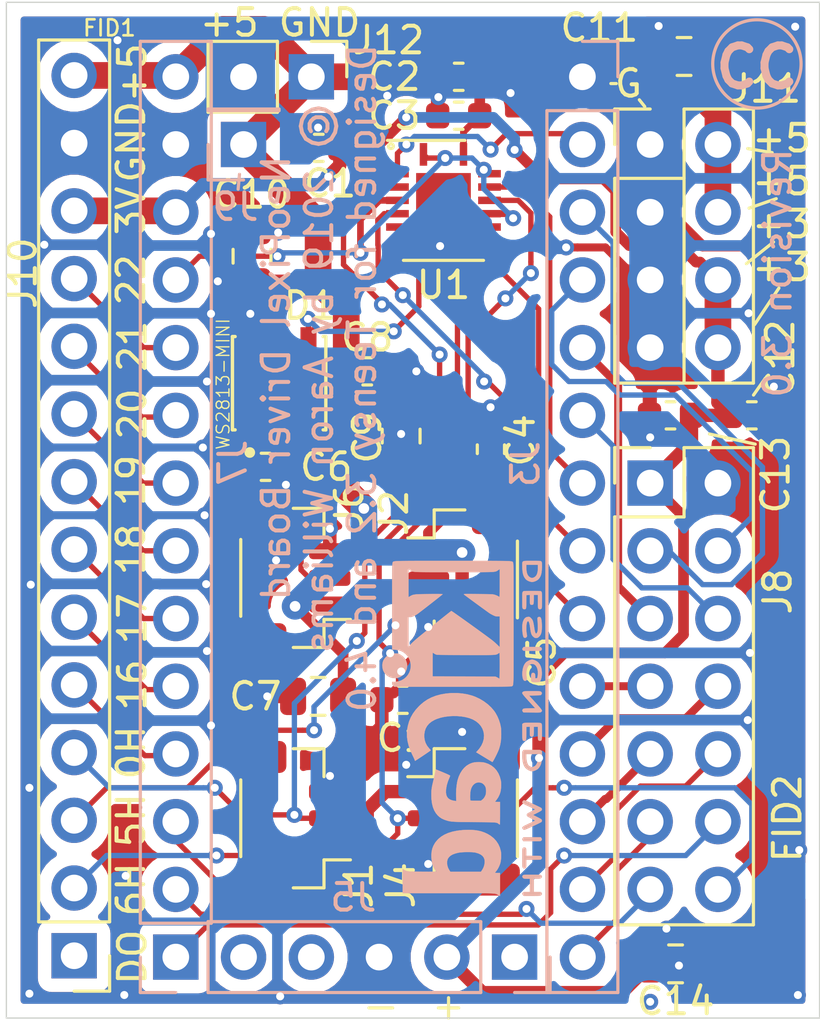
<source format=kicad_pcb>
(kicad_pcb (version 20171130) (host pcbnew 5.1.5-5.1.5)
  (title_block (title "Teensy Plus 2") (date 2019-11-21) (rev 3.0) (comment 1 "Copyright (C) 2019 Aaron Williams") (comment 2 aaron.w2@gmail.com))
  (layers (0 F.Cu signal) (31 B.Cu signal) (34 B.Paste user) (35 F.Paste user) (36 B.SilkS user) (37 F.SilkS user) (38 B.Mask user) (39 F.Mask user) (44 Edge.Cuts user))
  (net 0 "")
  (net 1 GND)
  (net 2 +3V3)
  (net 3 +5V)
  (net 4 /DO)
  (net 5 /IO0_H)
  (net 6 /IO12)
  (net 7 /IO11)
  (net 8 /IO10)
  (net 9 /IO9)
  (net 10 /IO8)
  (net 11 /IO7)
  (net 12 /IO6)
  (net 13 /IO5)
  (net 14 /IO4)
  (net 15 /IO3)
  (net 16 /IO2)
  (net 17 /IO1)
  (net 18 /IO0)
  (net 19 /ON_OFF)
  (net 20 /Program)
  (net 21 /IO23)
  (net 22 /IO22)
  (net 23 /IO21)
  (net 24 /IO20)
  (net 25 /IO19)
  (net 26 /IO18)
  (net 27 /IO17)
  (net 28 /IO16)
  (net 29 /IO15)
  (net 30 /IO14)
  (net 31 /IO13)
  (net 32 /DO_R)
  (net 33 /IO5_H)
  (net 34 /IO6_H)
  (net 35 /VBat)
  (net 36 /DIN)
  (module Capacitor_SMD:C_0603_1608Metric (layer F.Cu) (at 33.909 57.912 180)
    (fp_text reference C1 (at 0 -1.43) (layer F.SilkS))
    (fp_text value 0.1uF)
    (pad 2 smd roundrect (at 0.7875 0 180) (size 0.875 0.95) (layers F.Cu F.Paste F.Mask) (net 1 GND))
    (pad 1 smd roundrect (at -0.7875 0 180) (size 0.875 0.95) (layers F.Cu F.Paste F.Mask) (net 3 +5V))
  )
  (module Package_DFN_QFN:Texas_S-PVQFN-N14 (layer F.Cu) (at 35.433 39.1795)
    (fp_text reference U1 (at 0 3.175) (layer F.SilkS))
    (fp_text value SN74AHCT125N)
    (pad 15 smd rect (at 0 0 270) (size 2.05 2.05) (layers F.Cu F.Mask))
    (pad 14 smd rect (at 0.75 -1.725 270) (size 0.85 0.28) (layers F.Cu F.Paste F.Mask) (net 3 +5V))
    (pad 13 smd rect (at 1.725 -1 270) (size 0.28 0.85) (layers F.Cu F.Paste F.Mask) (net 21 /IO23))
    (pad 12 smd rect (at 1.725 -0.5 270) (size 0.28 0.85) (layers F.Cu F.Paste F.Mask) (net 13 /IO5))
    (pad 11 smd rect (at 1.725 0 270) (size 0.28 0.85) (layers F.Cu F.Paste F.Mask) (net 33 /IO5_H))
    (pad 10 smd rect (at 1.725 0.5 270) (size 0.28 0.85) (layers F.Cu F.Paste F.Mask) (net 21 /IO23))
    (pad 9 smd rect (at 1.725 1 270) (size 0.28 0.85) (layers F.Cu F.Paste F.Mask) (net 12 /IO6))
    (pad 8 smd rect (at 0.75 1.725 270) (size 0.85 0.28) (layers F.Cu F.Paste F.Mask) (net 34 /IO6_H))
    (pad 7 smd rect (at -0.75 1.725 270) (size 0.85 0.28) (layers F.Cu F.Paste F.Mask) (net 1 GND))
    (pad 6 smd rect (at -1.725 1 270) (size 0.28 0.85) (layers F.Cu F.Paste F.Mask) (net 36 /DIN))
    (pad 5 smd rect (at -1.725 0.5 270) (size 0.28 0.85) (layers F.Cu F.Paste F.Mask) (net 11 /IO7))
    (pad 4 smd rect (at -1.725 0 270) (size 0.28 0.85) (layers F.Cu F.Paste F.Mask) (net 21 /IO23))
    (pad 3 smd rect (at -1.725 -0.5 270) (size 0.28 0.85) (layers F.Cu F.Paste F.Mask) (net 5 /IO0_H))
    (pad 2 smd rect (at -1.725 -1 270) (size 0.28 0.85) (layers F.Cu F.Paste F.Mask) (net 18 /IO0))
    (pad 1 smd rect (at -0.75 -1.725 270) (size 0.85 0.28) (layers F.Cu F.Paste F.Mask) (net 21 /IO23))
  )
  (module Capacitor_SMD:C_0603_1608Metric (layer F.Cu) (at 37.211 48.514 90)
    (fp_text reference C4 (at 0.3302 1.1176 270) (layer F.SilkS))
    (fp_text value 0.1uF)
    (pad 2 smd roundrect (at 0.7875 0 90) (size 0.875 0.95) (layers F.Cu F.Paste F.Mask) (net 1 GND))
    (pad 1 smd roundrect (at -0.7875 0 90) (size 0.875 0.95) (layers F.Cu F.Paste F.Mask) (net 3 +5V))
  )
  (module Capacitor_SMD:C_0805_2012Metric (layer F.Cu) (at 44.1325 67.818)
    (fp_text reference C14 (at 0 1.397) (layer F.SilkS))
    (fp_text value 10uF)
    (pad 2 smd roundrect (at 0.9375 0) (size 0.975 1.4) (layers F.Cu F.Paste F.Mask) (net 1 GND))
    (pad 1 smd roundrect (at -0.9375 0) (size 0.975 1.4) (layers F.Cu F.Paste F.Mask) (net 2 +3V3))
  )
  (module Capacitor_SMD:C_0805_2012Metric (layer F.Cu) (at 28.2575 41.275 90)
    (fp_text reference C10 (at 2.3114 -0.0127 180) (layer F.SilkS))
    (fp_text value 10uF)
    (pad 2 smd roundrect (at 0.9375 0 90) (size 0.975 1.4) (layers F.Cu F.Paste F.Mask) (net 1 GND))
    (pad 1 smd roundrect (at -0.9375 0 90) (size 0.975 1.4) (layers F.Cu F.Paste F.Mask) (net 3 +5V))
  )
  (module Connector_PinHeader_2.54mm:PinHeader_2x04_P2.54mm_Vertical (layer F.Cu) (at 43.18 37.084)
    (fp_text reference J11 (at 4.318 -2.0955) (layer F.SilkS))
    (fp_text value Conn_02x04_Odd_Even)
    (pad 8 thru_hole oval (at 2.54 7.62) (size 1.7 1.7) (drill 1) (layers *.Cu *.Mask) (net 2 +3V3))
    (pad 7 thru_hole oval (at 0 7.62) (size 1.7 1.7) (drill 1) (layers *.Cu *.Mask) (net 1 GND))
    (pad 6 thru_hole oval (at 2.54 5.08) (size 1.7 1.7) (drill 1) (layers *.Cu *.Mask) (net 2 +3V3))
    (pad 5 thru_hole oval (at 0 5.08) (size 1.7 1.7) (drill 1) (layers *.Cu *.Mask) (net 1 GND))
    (pad 4 thru_hole oval (at 2.54 2.54) (size 1.7 1.7) (drill 1) (layers *.Cu *.Mask) (net 3 +5V))
    (pad 3 thru_hole oval (at 0 2.54) (size 1.7 1.7) (drill 1) (layers *.Cu *.Mask) (net 1 GND))
    (pad 2 thru_hole oval (at 2.54 0) (size 1.7 1.7) (drill 1) (layers *.Cu *.Mask) (net 3 +5V))
    (pad 1 thru_hole rect (at 0 0) (size 1.7 1.7) (drill 1) (layers *.Cu *.Mask) (net 1 GND))
  )
  (module Fiducial:Fiducial_0.5mm_Mask1mm (layer F.Cu) (at 48.3235 64.7065)
    (fp_text reference FID2 (at 0 -2.3495 90) (layer F.SilkS))
    (fp_text value FIDUCIAL_1MM)
    (pad "" smd circle (at 0 0) (size 0.5 0.5) (layers F.Cu F.Mask) (clearance 0.25))
  )
  (module Fiducial:Fiducial_0.5mm_Mask1mm (layer F.Cu) (at 24.1935 32.766)
    (fp_text reference FID1 (at -1.2827 -0.0508) (layer F.SilkS) (effects (font (size 0.6 0.6) (thickness 0.1))))
    (fp_text value FIDUCIAL_1MM)
    (pad "" smd circle (at 0 0) (size 0.5 0.5) (layers F.Cu F.Mask) (clearance 0.25))
  )
  (module Connector_PinHeader_2.54mm:PinHeader_1x02_P2.54mm_Vertical (layer F.Cu) (at 30.48 34.544 270)
    (fp_text reference J12 (at -1.3716 -2.8956 180) (layer F.SilkS))
    (fp_text value Conn_01x02)
    (pad 2 thru_hole oval (at 0 2.54 270) (size 1.7 1.7) (drill 1) (layers *.Cu *.Mask) (net 1 GND))
    (pad 1 thru_hole rect (at 0 0 270) (size 1.7 1.7) (drill 1) (layers *.Cu *.Mask) (net 3 +5V))
  )
  (module LED_WS2813-mini:LED_WS2813-MINI-2 (layer F.Cu) (at 29.2735 46.0375 90)
    (fp_text reference D1 (at 2.9083 1.1557 180) (layer F.SilkS))
    (fp_text value WS2813-MINI (at -0.03 -2.1 90) (layer F.SilkS) (effects (font (size 0.48 0.48) (thickness 0.05))))
    (pad 6 smd rect (at 1.5 -1.1 270) (size 1.2 0.6) (layers F.Cu F.Paste F.Mask) (net 1 GND))
    (pad 5 smd rect (at 1.5 0 270) (size 1.2 0.6) (layers F.Cu F.Paste F.Mask) (net 1 GND))
    (pad 4 smd rect (at 1.5 1.1 270) (size 1.2 0.6) (layers F.Cu F.Paste F.Mask) (net 36 /DIN))
    (pad 3 smd rect (at -1.5 1.1 90) (size 1.2 0.6) (layers F.Cu F.Paste F.Mask) (net 4 /DO))
    (pad 2 smd rect (at -1.5 0 90) (size 1.2 0.6) (layers F.Cu F.Paste F.Mask) (net 3 +5V))
    (pad 1 smd rect (at -1.5 -1.1 90) (size 1.2 0.6) (layers F.Cu F.Paste F.Mask) (net 3 +5V))
  )
  (module Connector_PinHeader_2.54mm:PinHeader_1x14_P2.54mm_Vertical (layer F.Cu) (at 21.59 67.5132 180)
    (fp_text reference J10 (at 1.9304 25.6032 90) (layer F.SilkS))
    (fp_text value Conn_01x14)
    (pad 14 thru_hole oval (at 0 33.02 180) (size 1.7 1.7) (drill 1) (layers *.Cu *.Mask) (net 3 +5V))
    (pad 13 thru_hole oval (at 0 30.48 180) (size 1.7 1.7) (drill 1) (layers *.Cu *.Mask) (net 1 GND))
    (pad 12 thru_hole oval (at 0 27.94 180) (size 1.7 1.7) (drill 1) (layers *.Cu *.Mask) (net 2 +3V3))
    (pad 11 thru_hole oval (at 0 25.4 180) (size 1.7 1.7) (drill 1) (layers *.Cu *.Mask) (net 22 /IO22))
    (pad 10 thru_hole oval (at 0 22.86 180) (size 1.7 1.7) (drill 1) (layers *.Cu *.Mask) (net 23 /IO21))
    (pad 9 thru_hole oval (at 0 20.32 180) (size 1.7 1.7) (drill 1) (layers *.Cu *.Mask) (net 24 /IO20))
    (pad 8 thru_hole oval (at 0 17.78 180) (size 1.7 1.7) (drill 1) (layers *.Cu *.Mask) (net 25 /IO19))
    (pad 7 thru_hole oval (at 0 15.24 180) (size 1.7 1.7) (drill 1) (layers *.Cu *.Mask) (net 26 /IO18))
    (pad 6 thru_hole oval (at 0 12.7 180) (size 1.7 1.7) (drill 1) (layers *.Cu *.Mask) (net 27 /IO17))
    (pad 5 thru_hole oval (at 0 10.16 180) (size 1.7 1.7) (drill 1) (layers *.Cu *.Mask) (net 28 /IO16))
    (pad 4 thru_hole oval (at 0 7.62 180) (size 1.7 1.7) (drill 1) (layers *.Cu *.Mask) (net 5 /IO0_H))
    (pad 3 thru_hole oval (at 0 5.08 180) (size 1.7 1.7) (drill 1) (layers *.Cu *.Mask) (net 33 /IO5_H))
    (pad 2 thru_hole oval (at 0 2.54 180) (size 1.7 1.7) (drill 1) (layers *.Cu *.Mask) (net 34 /IO6_H))
    (pad 1 thru_hole rect (at 0 0 180) (size 1.7 1.7) (drill 1) (layers *.Cu *.Mask) (net 32 /DO_R))
  )
  (module Symbol:KiCad-Logo2_5mm_SilkScreen (layer B.Cu) (at 36.1188 58.9788 270)
    (fp_text reference REF** hide)
    (fp_text value KiCad-Logo2_5mm_SilkScreen hide)
  )
  (module Connector_PinHeader_2.54mm:PinHeader_1x14_P2.54mm_Vertical (layer B.Cu) (at 25.4 67.564)
    (fp_text reference J7 (at 2.1336 -18.542 90) (layer B.SilkS) (effects (justify mirror)))
    (fp_text value Conn_01x14_Male)
    (pad 14 thru_hole oval (at 0 -33.02) (size 1.7 1.7) (drill 1) (layers *.Cu *.Mask) (net 3 +5V))
    (pad 13 thru_hole oval (at 0 -30.48) (size 1.7 1.7) (drill 1) (layers *.Cu *.Mask) (net 1 GND))
    (pad 12 thru_hole oval (at 0 -27.94) (size 1.7 1.7) (drill 1) (layers *.Cu *.Mask) (net 2 +3V3))
    (pad 11 thru_hole oval (at 0 -25.4) (size 1.7 1.7) (drill 1) (layers *.Cu *.Mask) (net 21 /IO23))
    (pad 10 thru_hole oval (at 0 -22.86) (size 1.7 1.7) (drill 1) (layers *.Cu *.Mask) (net 22 /IO22))
    (pad 9 thru_hole oval (at 0 -20.32) (size 1.7 1.7) (drill 1) (layers *.Cu *.Mask) (net 23 /IO21))
    (pad 8 thru_hole oval (at 0 -17.78) (size 1.7 1.7) (drill 1) (layers *.Cu *.Mask) (net 24 /IO20))
    (pad 7 thru_hole oval (at 0 -15.24) (size 1.7 1.7) (drill 1) (layers *.Cu *.Mask) (net 25 /IO19))
    (pad 6 thru_hole oval (at 0 -12.7) (size 1.7 1.7) (drill 1) (layers *.Cu *.Mask) (net 26 /IO18))
    (pad 5 thru_hole oval (at 0 -10.16) (size 1.7 1.7) (drill 1) (layers *.Cu *.Mask) (net 27 /IO17))
    (pad 4 thru_hole oval (at 0 -7.62) (size 1.7 1.7) (drill 1) (layers *.Cu *.Mask) (net 28 /IO16))
    (pad 3 thru_hole oval (at 0 -5.08) (size 1.7 1.7) (drill 1) (layers *.Cu *.Mask) (net 29 /IO15))
    (pad 2 thru_hole oval (at 0 -2.54) (size 1.7 1.7) (drill 1) (layers *.Cu *.Mask) (net 30 /IO14))
    (pad 1 thru_hole rect (at 0 0) (size 1.7 1.7) (drill 1) (layers *.Cu *.Mask) (net 31 /IO13))
  )
  (module Capacitor_SMD:C_0603_1608Metric (layer F.Cu) (at 28.7655 49.1744)
    (fp_text reference C6 (at 2.2733 0 180) (layer F.SilkS))
    (fp_text value 0.1uF)
    (pad 2 smd roundrect (at 0.7875 0) (size 0.875 0.95) (layers F.Cu F.Paste F.Mask) (net 1 GND))
    (pad 1 smd roundrect (at -0.7875 0) (size 0.875 0.95) (layers F.Cu F.Paste F.Mask) (net 3 +5V))
  )
  (module Connector_PinHeader_2.54mm:PinHeader_2x07_P2.54mm_Vertical (layer F.Cu) (at 43.18 49.784)
    (fp_text reference J8 (at 4.7752 4.064 90) (layer F.SilkS))
    (fp_text value Conn_02x07_Odd_Even)
    (pad 14 thru_hole oval (at 2.54 15.24) (size 1.7 1.7) (drill 1) (layers *.Cu *.Mask) (net 29 /IO15))
    (pad 13 thru_hole oval (at 0 15.24) (size 1.7 1.7) (drill 1) (layers *.Cu *.Mask) (net 30 /IO14))
    (pad 12 thru_hole oval (at 2.54 12.7) (size 1.7 1.7) (drill 1) (layers *.Cu *.Mask) (net 31 /IO13))
    (pad 11 thru_hole oval (at 0 12.7) (size 1.7 1.7) (drill 1) (layers *.Cu *.Mask) (net 6 /IO12))
    (pad 10 thru_hole oval (at 2.54 10.16) (size 1.7 1.7) (drill 1) (layers *.Cu *.Mask) (net 7 /IO11))
    (pad 9 thru_hole oval (at 0 10.16) (size 1.7 1.7) (drill 1) (layers *.Cu *.Mask) (net 8 /IO10))
    (pad 8 thru_hole oval (at 2.54 7.62) (size 1.7 1.7) (drill 1) (layers *.Cu *.Mask) (net 9 /IO9))
    (pad 7 thru_hole oval (at 0 7.62) (size 1.7 1.7) (drill 1) (layers *.Cu *.Mask) (net 10 /IO8))
    (pad 6 thru_hole oval (at 2.54 5.08) (size 1.7 1.7) (drill 1) (layers *.Cu *.Mask) (net 14 /IO4))
    (pad 5 thru_hole oval (at 0 5.08) (size 1.7 1.7) (drill 1) (layers *.Cu *.Mask) (net 15 /IO3))
    (pad 4 thru_hole oval (at 2.54 2.54) (size 1.7 1.7) (drill 1) (layers *.Cu *.Mask) (net 16 /IO2))
    (pad 3 thru_hole oval (at 0 2.54) (size 1.7 1.7) (drill 1) (layers *.Cu *.Mask) (net 17 /IO1))
    (pad 2 thru_hole oval (at 2.54 0) (size 1.7 1.7) (drill 1) (layers *.Cu *.Mask) (net 1 GND))
    (pad 1 thru_hole rect (at 0 0) (size 1.7 1.7) (drill 1) (layers *.Cu *.Mask) (net 2 +3V3))
  )
  (module Connector_PinHeader_2.54mm:PinHeader_1x01_P2.54mm_Vertical (layer B.Cu) (at 27.94 37.084)
    (fp_text reference J9 (at -0.3048 2.3368) (layer B.SilkS) (effects (justify mirror)))
    (fp_text value Conn_01x01_Male)
    (pad 1 thru_hole rect (at 0 0) (size 1.7 1.7) (drill 1) (layers *.Cu *.Mask) (net 3 +5V))
  )
  (module Connector_JST:JST_SH_BM03B-SRSS-TB_1x03-1MP_P1.00mm_Vertical (layer F.Cu) (at 29.845 53.34 90)
    (fp_text reference J6 (at 2.6924 2.0574 90) (layer F.SilkS))
    (fp_text value Conn_01x03_Male)
    (pad MP smd roundrect (at 2.3 -1.2 90) (size 1.2 1.8) (layers F.Cu F.Paste F.Mask) (roundrect_rratio 0.208333))
    (pad MP smd roundrect (at -2.3 -1.2 90) (size 1.2 1.8) (layers F.Cu F.Paste F.Mask) (roundrect_rratio 0.208333))
    (pad 3 smd roundrect (at 1 1.325 90) (size 0.6 1.55) (layers F.Cu F.Paste F.Mask) (net 1 GND))
    (pad 2 smd roundrect (at 0 1.325 90) (size 0.6 1.55) (layers F.Cu F.Paste F.Mask) (net 4 /DO))
    (pad 1 smd roundrect (at -1 1.325 90) (size 0.6 1.55) (layers F.Cu F.Paste F.Mask) (net 3 +5V))
  )
  (module Connector_JST:JST_SH_BM03B-SRSS-TB_1x03-1MP_P1.00mm_Vertical (layer F.Cu) (at 36.195 62.357 270)
    (fp_text reference J4 (at 2.5146 2.3622 90) (layer F.SilkS))
    (fp_text value Conn_01x03_Male)
    (pad MP smd roundrect (at 2.3 -1.2 270) (size 1.2 1.8) (layers F.Cu F.Paste F.Mask) (roundrect_rratio 0.208333))
    (pad MP smd roundrect (at -2.3 -1.2 270) (size 1.2 1.8) (layers F.Cu F.Paste F.Mask) (roundrect_rratio 0.208333))
    (pad 3 smd roundrect (at 1 1.325 270) (size 0.6 1.55) (layers F.Cu F.Paste F.Mask) (net 1 GND))
    (pad 2 smd roundrect (at 0 1.325 270) (size 0.6 1.55) (layers F.Cu F.Paste F.Mask) (net 34 /IO6_H))
    (pad 1 smd roundrect (at -1 1.325 270) (size 0.6 1.55) (layers F.Cu F.Paste F.Mask) (net 3 +5V))
  )
  (module Connector_JST:JST_SH_BM03B-SRSS-TB_1x03-1MP_P1.00mm_Vertical (layer F.Cu) (at 36.195 53.4 270)
    (fp_text reference J2 (at -2.4984 2.6162 90) (layer F.SilkS))
    (fp_text value Conn_01x03_Male)
    (pad MP smd roundrect (at 2.3 -1.2 270) (size 1.2 1.8) (layers F.Cu F.Paste F.Mask) (roundrect_rratio 0.208333))
    (pad MP smd roundrect (at -2.3 -1.2 270) (size 1.2 1.8) (layers F.Cu F.Paste F.Mask) (roundrect_rratio 0.208333))
    (pad 3 smd roundrect (at 1 1.325 270) (size 0.6 1.55) (layers F.Cu F.Paste F.Mask) (net 1 GND))
    (pad 2 smd roundrect (at 0 1.325 270) (size 0.6 1.55) (layers F.Cu F.Paste F.Mask) (net 33 /IO5_H))
    (pad 1 smd roundrect (at -1 1.325 270) (size 0.6 1.55) (layers F.Cu F.Paste F.Mask) (net 3 +5V))
  )
  (module Connector_JST:JST_SH_BM03B-SRSS-TB_1x03-1MP_P1.00mm_Vertical (layer F.Cu) (at 29.845 62.357 90)
    (fp_text reference J1 (at -2.5146 2.413 90) (layer F.SilkS))
    (fp_text value Conn_01x03_Male)
    (pad MP smd roundrect (at 2.3 -1.2 90) (size 1.2 1.8) (layers F.Cu F.Paste F.Mask) (roundrect_rratio 0.208333))
    (pad MP smd roundrect (at -2.3 -1.2 90) (size 1.2 1.8) (layers F.Cu F.Paste F.Mask) (roundrect_rratio 0.208333))
    (pad 3 smd roundrect (at 1 1.325 90) (size 0.6 1.55) (layers F.Cu F.Paste F.Mask) (net 1 GND))
    (pad 2 smd roundrect (at 0 1.325 90) (size 0.6 1.55) (layers F.Cu F.Paste F.Mask) (net 5 /IO0_H))
    (pad 1 smd roundrect (at -1 1.325 90) (size 0.6 1.55) (layers F.Cu F.Paste F.Mask) (net 3 +5V))
  )
  (module Connector_PinHeader_2.54mm:PinHeader_1x05_P2.54mm_Vertical (layer B.Cu) (at 38.1 67.564 90)
    (fp_text reference J5 (at 2.2352 -6.0452 180) (layer B.SilkS) (effects (justify mirror)))
    (fp_text value Conn_01x05_Male)
    (pad 5 thru_hole oval (at 0 -10.16 90) (size 1.7 1.7) (drill 1) (layers *.Cu *.Mask) (net 19 /ON_OFF))
    (pad 4 thru_hole oval (at 0 -7.62 90) (size 1.7 1.7) (drill 1) (layers *.Cu *.Mask) (net 20 /Program))
    (pad 3 thru_hole oval (at 0 -5.08 90) (size 1.7 1.7) (drill 1) (layers *.Cu *.Mask) (net 1 GND))
    (pad 2 thru_hole oval (at 0 -2.54 90) (size 1.7 1.7) (drill 1) (layers *.Cu *.Mask) (net 2 +3V3))
    (pad 1 thru_hole rect (at 0 0 90) (size 1.7 1.7) (drill 1) (layers *.Cu *.Mask) (net 35 /VBat))
  )
  (module Connector_PinHeader_2.54mm:PinHeader_1x14_P2.54mm_Vertical (layer B.Cu) (at 40.64 34.544 180)
    (fp_text reference J3 (at 2.1336 -14.5288 90) (layer B.SilkS) (effects (justify mirror)))
    (fp_text value Conn_01x14_Male)
    (pad 14 thru_hole oval (at 0 -33.02 180) (size 1.7 1.7) (drill 1) (layers *.Cu *.Mask) (net 6 /IO12))
    (pad 13 thru_hole oval (at 0 -30.48 180) (size 1.7 1.7) (drill 1) (layers *.Cu *.Mask) (net 7 /IO11))
    (pad 12 thru_hole oval (at 0 -27.94 180) (size 1.7 1.7) (drill 1) (layers *.Cu *.Mask) (net 8 /IO10))
    (pad 11 thru_hole oval (at 0 -25.4 180) (size 1.7 1.7) (drill 1) (layers *.Cu *.Mask) (net 9 /IO9))
    (pad 10 thru_hole oval (at 0 -22.86 180) (size 1.7 1.7) (drill 1) (layers *.Cu *.Mask) (net 10 /IO8))
    (pad 9 thru_hole oval (at 0 -20.32 180) (size 1.7 1.7) (drill 1) (layers *.Cu *.Mask) (net 11 /IO7))
    (pad 8 thru_hole oval (at 0 -17.78 180) (size 1.7 1.7) (drill 1) (layers *.Cu *.Mask) (net 12 /IO6))
    (pad 7 thru_hole oval (at 0 -15.24 180) (size 1.7 1.7) (drill 1) (layers *.Cu *.Mask) (net 13 /IO5))
    (pad 6 thru_hole oval (at 0 -12.7 180) (size 1.7 1.7) (drill 1) (layers *.Cu *.Mask) (net 14 /IO4))
    (pad 5 thru_hole oval (at 0 -10.16 180) (size 1.7 1.7) (drill 1) (layers *.Cu *.Mask) (net 15 /IO3))
    (pad 4 thru_hole oval (at 0 -7.62 180) (size 1.7 1.7) (drill 1) (layers *.Cu *.Mask) (net 16 /IO2))
    (pad 3 thru_hole oval (at 0 -5.08 180) (size 1.7 1.7) (drill 1) (layers *.Cu *.Mask) (net 17 /IO1))
    (pad 2 thru_hole oval (at 0 -2.54 180) (size 1.7 1.7) (drill 1) (layers *.Cu *.Mask) (net 18 /IO0))
    (pad 1 thru_hole rect (at 0 0 180) (size 1.7 1.7) (drill 1) (layers *.Cu *.Mask) (net 1 GND))
  )
  (module Capacitor_SMD:C_0603_1608Metric (layer F.Cu) (at 43.942 47.244 180)
    (fp_text reference C13 (at -3.937 -2.2225 90) (layer F.SilkS))
    (fp_text value 0.1uF)
    (pad 2 smd roundrect (at 0.7875 0 180) (size 0.875 0.95) (layers F.Cu F.Paste F.Mask) (net 1 GND))
    (pad 1 smd roundrect (at -0.7875 0 180) (size 0.875 0.95) (layers F.Cu F.Paste F.Mask) (net 2 +3V3))
  )
  (module Capacitor_SMD:C_0603_1608Metric (layer F.Cu) (at 46.99 47.244)
    (fp_text reference C12 (at 1.0668 -2.1336 90) (layer F.SilkS))
    (fp_text value 1uF)
    (pad 2 smd roundrect (at 0.7875 0) (size 0.875 0.95) (layers F.Cu F.Paste F.Mask) (net 1 GND))
    (pad 1 smd roundrect (at -0.7875 0) (size 0.875 0.95) (layers F.Cu F.Paste F.Mask) (net 2 +3V3))
  )
  (module Capacitor_SMD:C_0805_2012Metric (layer F.Cu) (at 44.45 33.782 180)
    (fp_text reference C11 (at 3.175 1.0795) (layer F.SilkS))
    (fp_text value 10uF)
    (pad 2 smd roundrect (at 0.9375 0 180) (size 0.975 1.4) (layers F.Cu F.Paste F.Mask) (net 1 GND))
    (pad 1 smd roundrect (at -0.9375 0 180) (size 0.975 1.4) (layers F.Cu F.Paste F.Mask) (net 3 +5V))
  )
  (module Capacitor_SMD:C_0805_2012Metric (layer F.Cu) (at 33.8455 48.021 90)
    (fp_text reference C9 (at -0.0508 -1.27 270) (layer F.SilkS))
    (fp_text value 10uF)
    (pad 2 smd roundrect (at 0.9375 0 90) (size 0.975 1.4) (layers F.Cu F.Paste F.Mask) (net 1 GND))
    (pad 1 smd roundrect (at -0.9375 0 90) (size 0.975 1.4) (layers F.Cu F.Paste F.Mask) (net 3 +5V))
  )
  (module Capacitor_SMD:C_0603_1608Metric (layer F.Cu) (at 32.5755 45.593)
    (fp_text reference C8 (at 0 -1.27 180) (layer F.SilkS))
    (fp_text value 0.1uF)
    (pad 2 smd roundrect (at 0.7875 0) (size 0.875 0.95) (layers F.Cu F.Paste F.Mask) (net 1 GND))
    (pad 1 smd roundrect (at -0.7875 0) (size 0.875 0.95) (layers F.Cu F.Paste F.Mask) (net 3 +5V))
  )
  (module Capacitor_SMD:C_0805_2012Metric (layer F.Cu) (at 30.734 57.785 180)
    (fp_text reference C7 (at 2.3495 0 180) (layer F.SilkS))
    (fp_text value 10uF)
    (pad 2 smd roundrect (at 0.9375 0 180) (size 0.975 1.4) (layers F.Cu F.Paste F.Mask) (net 1 GND))
    (pad 1 smd roundrect (at -0.9375 0 180) (size 0.975 1.4) (layers F.Cu F.Paste F.Mask) (net 3 +5V))
  )
  (module Capacitor_SMD:C_0805_2012Metric (layer F.Cu) (at 37.084 57.912 180)
    (fp_text reference C5 (at -2.032 1.397 270) (layer F.SilkS))
    (fp_text value 10uF)
    (pad 2 smd roundrect (at 0.9375 0 180) (size 0.975 1.4) (layers F.Cu F.Paste F.Mask) (net 1 GND))
    (pad 1 smd roundrect (at -0.9375 0 180) (size 0.975 1.4) (layers F.Cu F.Paste F.Mask) (net 3 +5V))
  )
  (module Capacitor_SMD:C_0603_1608Metric (layer F.Cu) (at 36.0045 36.0045 180)
    (fp_text reference C3 (at 2.413 0) (layer F.SilkS))
    (fp_text value 1uF)
    (pad 2 smd roundrect (at 0.7875 0 180) (size 0.875 0.95) (layers F.Cu F.Paste F.Mask) (net 1 GND))
    (pad 1 smd roundrect (at -0.7875 0 180) (size 0.875 0.95) (layers F.Cu F.Paste F.Mask) (net 3 +5V))
  )
  (module Capacitor_SMD:C_0603_1608Metric (layer F.Cu) (at 36.0045 34.544 180)
    (fp_text reference C2 (at 2.413 0) (layer F.SilkS))
    (fp_text value 0.1uF)
    (pad 2 smd roundrect (at 0.7875 0 180) (size 0.875 0.95) (layers F.Cu F.Paste F.Mask) (net 1 GND))
    (pad 1 smd roundrect (at -0.7875 0 180) (size 0.875 0.95) (layers F.Cu F.Paste F.Mask) (net 3 +5V))
  )
  (module Capacitor_SMD:C_0603_1608Metric (layer F.Cu) (at 30.7595 37.211 180)
    (fp_text reference C1 (at -0.419 -1.3335) (layer F.SilkS))
    (fp_text value 0.1uF)
    (pad 2 smd roundrect (at 0.7875 0 180) (size 0.875 0.95) (layers F.Cu F.Paste F.Mask) (net 1 GND))
    (pad 1 smd roundrect (at -0.7875 0 180) (size 0.875 0.95) (layers F.Cu F.Paste F.Mask) (net 2 +3V3))
  )
  (gr_line (start 27.7368 38.7604) (end 27.7876 38.2016) (layer B.SilkS) (width 0.12))
  (gr_text DO (at 23.7744 67.564 90) (layer F.SilkS) (effects (font (size 1 1))))
  (gr_text 6H (at 23.7236 65.024 90) (layer F.SilkS) (effects (font (size 1 1))))
  (gr_text 5H (at 23.7236 62.4332 90) (layer F.SilkS) (effects (font (size 1 1))))
  (gr_text 0H (at 23.7236 59.8932 90) (layer F.SilkS) (effects (font (size 1 1))))
  (gr_text 16 (at 23.7744 57.3532 90) (layer F.SilkS) (effects (font (size 1 1))))
  (gr_text 17 (at 23.7744 54.864 90) (layer F.SilkS) (effects (font (size 1 1))))
  (gr_text 18 (at 23.7236 52.2732 90) (layer F.SilkS) (effects (font (size 1 1))))
  (gr_text 19 (at 23.7236 49.6824 90) (layer F.SilkS) (effects (font (size 1 1))))
  (gr_text 20 (at 23.7744 47.1932 90) (layer F.SilkS) (effects (font (size 1 1))))
  (gr_text 21 (at 23.7744 44.6532 90) (layer F.SilkS) (effects (font (size 1 1))))
  (gr_text 22 (at 23.7236 42.164 90) (layer F.SilkS) (effects (font (size 1 1))))
  (gr_text 3V (at 23.7236 39.5732 90) (layer F.SilkS) (effects (font (size 1 1))))
  (gr_text GND (at 23.7236 36.9824 90) (layer F.SilkS) (effects (font (size 1 1))))
  (gr_text +5 (at 23.7744 34.3916 90) (layer F.SilkS) (effects (font (size 1 1))))
  (gr_text "+5 GND" (at 29.3116 32.512) (layer F.SilkS) (effects (font (size 1 1))))
  (gr_line (start 42.9768 35.6616) (end 42.7736 35.4076) (layer F.SilkS) (width 0.12))
  (gr_line (start 44.45 38.4048) (end 44.45 46.0248) (layer F.SilkS) (width 0.12))
  (gr_line (start 41.91 34.798) (end 41.7068 34.798) (layer F.SilkS) (width 0.12))
  (gr_text G (at 42.3672 34.798) (layer F.SilkS) (effects (font (size 1 1))))
  (gr_line (start 47.752 37.3888) (end 46.8376 37.2364) (layer F.SilkS) (width 0.12))
  (gr_line (start 47.9044 39.116) (end 46.8884 39.4716) (layer F.SilkS) (width 0.12))
  (gr_line (start 46.7868 41.5544) (end 47.8028 40.7416) (layer F.SilkS) (width 0.12))
  (gr_line (start 47.0916 43.8404) (end 48.006 42.4688) (layer F.SilkS) (width 0.12))
  (gr_text "+5\n+5\n+3\n+3" (at 48.1076 39.2684) (layer F.SilkS) (effects (font (size 1 1))))
  (gr_circle (center 33.4645 37.1475) (end 33.528 37.084) (layer F.SilkS) (width 0.12))
  (gr_line (start 47.498 45.847) (end 47.0535 46.482) (layer F.SilkS) (width 0.12))
  (gr_line (start 47.117 48.3235) (end 45.4025 47.9425) (layer F.SilkS) (width 0.12))
  (gr_line (start 19.05 69.85) (end 19.05 31.75) (layer Edge.Cuts) (width 0.05))
  (gr_line (start 49.53 69.85) (end 19.05 69.85) (layer Edge.Cuts) (width 0.05))
  (gr_line (start 49.53 31.75) (end 49.53 69.85) (layer Edge.Cuts) (width 0.05))
  (gr_line (start 19.05 31.75) (end 49.53 31.75) (layer Edge.Cuts) (width 0.05))
  (gr_line (start 35.2425 69.469) (end 36.0045 69.469) (layer F.SilkS) (width 0.12))
  (gr_line (start 35.6235 69.088) (end 35.6235 69.85) (layer F.SilkS) (width 0.12))
  (gr_line (start 32.639 69.469) (end 33.528 69.469) (layer F.SilkS) (width 0.12))
  (gr_circle (center 47.1805 34.0614) (end 47.0535 35.7124) (layer B.SilkS) (width 0.12))
  (gr_text CC (at 47.1805 34.1884) (layer B.SilkS) (effects (font (size 1.5 1.5) (thickness 0.3))))
  (gr_text "Revision 3.0" (at 47.9552 41.91 90) (layer B.SilkS) (effects (font (size 1 1)) (justify mirror)))
  (gr_text "NeoPixel Driver Board\n© 2019 by Aaron Williams\nDesigned for Teensy 3.2 and 4.0" (at 30.7721 45.847 90) (layer B.SilkS) (effects (font (size 1 1)) (justify mirror)))
  (via (at 43.18 69.2404) (size 0.6) (drill 0.3) (layers F.Cu B.Cu) (net 0))
  (segment (start 39.5224 58.674) (end 46.8376 58.674) (width 0.4) (layer B.Cu) (net 1))
  (segment (start 39.553201 56.153999) (end 46.919201 56.153999) (width 0.4) (layer B.Cu) (net 1))
  (segment (start 39.5224 56.1848) (end 39.553201 56.153999) (width 0.4) (layer B.Cu) (net 1))
  (segment (start 20.574 48.4505) (end 26.416 48.4505) (width 0.3) (layer B.Cu) (net 1))
  (segment (start 26.67 33.147) (end 26.67 35.687) (width 0.3) (layer B.Cu) (net 1))
  (segment (start 20.7645 50.9905) (end 26.4795 50.9905) (width 0.3) (layer B.Cu) (net 1))
  (via (at 31.1785 51.4985) (size 0.6) (drill 0.3) (layers F.Cu B.Cu) (net 1))
  (segment (start 31.17 51.507) (end 31.1785 51.4985) (width 0.4) (layer F.Cu) (net 1))
  (segment (start 31.17 52.34) (end 31.17 51.507) (width 0.4) (layer F.Cu) (net 1))
  (segment (start 45.72 49.3015) (end 45.72 49.8475) (width 0.5) (layer F.Cu) (net 1))
  (segment (start 43.18 44.704) (end 43.18 47.3075) (width 0.5) (layer F.Cu) (net 1))
  (via (at 36.1315 59.1185) (size 0.6) (drill 0.3) (layers F.Cu B.Cu) (net 1))
  (segment (start 36.1465 57.912) (end 36.1465 59.1035) (width 0.5) (layer F.Cu) (net 1))
  (segment (start 36.1465 59.1035) (end 36.1315 59.1185) (width 0.5) (layer F.Cu) (net 1))
  (via (at 28.829 57.785) (size 0.6) (drill 0.3) (layers F.Cu B.Cu) (net 1))
  (segment (start 29.7965 57.785) (end 28.829 57.785) (width 0.5) (layer F.Cu) (net 1))
  (via (at 47.8155 46.1645) (size 0.6) (drill 0.3) (layers F.Cu B.Cu) (net 1))
  (segment (start 47.7775 47.244) (end 47.7775 46.2025) (width 0.5) (layer F.Cu) (net 1))
  (segment (start 47.7775 46.2025) (end 47.8155 46.1645) (width 0.5) (layer F.Cu) (net 1))
  (via (at 43.18 48.0695) (size 0.6) (drill 0.3) (layers F.Cu B.Cu) (net 1))
  (segment (start 43.1545 47.244) (end 43.1545 48.044) (width 0.5) (layer F.Cu) (net 1))
  (segment (start 43.1545 48.044) (end 43.18 48.0695) (width 0.5) (layer F.Cu) (net 1))
  (via (at 43.4975 32.639) (size 0.6) (drill 0.3) (layers F.Cu B.Cu) (net 1))
  (segment (start 43.5125 33.782) (end 43.5125 32.654) (width 0.4) (layer F.Cu) (net 1))
  (segment (start 43.5125 32.654) (end 43.4975 32.639) (width 0.4) (layer F.Cu) (net 1))
  (segment (start 28.194 44.2745) (end 28.194 43.434026) (width 0.5) (layer F.Cu) (net 1))
  (via (at 28.193988 43.434014) (size 0.6) (drill 0.3) (layers F.Cu B.Cu) (net 1))
  (segment (start 28.194 43.434026) (end 28.193988 43.434014) (width 0.5) (layer F.Cu) (net 1))
  (via (at 31.178504 60.7695) (size 0.6) (drill 0.3) (layers F.Cu B.Cu) (net 1))
  (segment (start 31.17 60.778004) (end 31.178504 60.7695) (width 0.4) (layer F.Cu) (net 1))
  (segment (start 31.17 61.357) (end 31.17 60.778004) (width 0.4) (layer F.Cu) (net 1))
  (via (at 33.848217 56.850746) (size 0.6) (drill 0.3) (layers F.Cu B.Cu) (net 1))
  (segment (start 33.559 57.658) (end 33.848217 57.368783) (width 0.4) (layer F.Cu) (net 1))
  (segment (start 34.148216 56.550747) (end 33.848217 56.850746) (width 0.4) (layer F.Cu) (net 1))
  (segment (start 34.8615 55.837463) (end 34.148216 56.550747) (width 0.4) (layer F.Cu) (net 1))
  (segment (start 34.8615 54.356) (end 34.8615 55.1815) (width 0.4) (layer F.Cu) (net 1))
  (segment (start 33.848217 57.368783) (end 33.848217 56.850746) (width 0.4) (layer F.Cu) (net 1))
  (segment (start 33.1215 57.658) (end 33.559 57.658) (width 0.4) (layer F.Cu) (net 1))
  (segment (start 34.8615 55.1815) (end 34.8615 55.837463) (width 0.4) (layer F.Cu) (net 1))
  (via (at 34.8615 55.1815) (size 0.6) (drill 0.3) (layers F.Cu B.Cu) (net 1))
  (segment (start 35.217 34.544) (end 35.2425 35.306) (width 0.4) (layer F.Cu) (net 1))
  (segment (start 35.2425 35.306) (end 35.217 36.0045) (width 0.4) (layer F.Cu) (net 1))
  (via (at 30.733998 36.449002) (size 0.6) (drill 0.3) (layers F.Cu B.Cu) (net 1))
  (segment (start 30.4165 36.7665) (end 30.733998 36.449002) (width 0.4) (layer F.Cu) (net 1))
  (segment (start 29.972 37.211) (end 30.4165 36.7665) (width 0.4) (layer F.Cu) (net 1))
  (via (at 34.8615 64.071502) (size 0.6) (drill 0.3) (layers F.Cu B.Cu) (net 1))
  (segment (start 34.87 64.063002) (end 34.8615 64.071502) (width 0.4) (layer F.Cu) (net 1))
  (segment (start 34.87 63.357) (end 34.87 64.063002) (width 0.4) (layer F.Cu) (net 1))
  (via (at 44.259498 67.8815) (size 0.6) (drill 0.3) (layers F.Cu B.Cu) (net 1))
  (segment (start 44.683762 67.8815) (end 44.259498 67.8815) (width 0.5) (layer F.Cu) (net 1))
  (segment (start 45.085 67.818) (end 45.0215 67.8815) (width 0.5) (layer F.Cu) (net 1))
  (segment (start 45.0215 67.8815) (end 44.683762 67.8815) (width 0.5) (layer F.Cu) (net 1))
  (segment (start 29.2735 44.5375) (end 28.1735 44.5375) (width 0.4) (layer F.Cu) (net 1))
  (segment (start 29.553 49.149) (end 29.553 49.822) (width 0.4) (layer F.Cu) (net 1))
  (via (at 29.5275 49.8475) (size 0.6) (drill 0.3) (layers F.Cu B.Cu) (net 1))
  (segment (start 29.553 49.822) (end 29.5275 49.8475) (width 0.4) (layer F.Cu) (net 1))
  (via (at 33.8455 47.9425) (size 0.6) (drill 0.3) (layers F.Cu B.Cu) (net 1))
  (segment (start 33.8455 47.0835) (end 33.8455 47.9425) (width 0.4) (layer F.Cu) (net 1))
  (via (at 34.417 45.593) (size 0.6) (drill 0.3) (layers F.Cu B.Cu) (net 1))
  (segment (start 33.363 45.593) (end 34.417 45.593) (width 0.4) (layer F.Cu) (net 1))
  (segment (start 33.8455 46.0755) (end 33.363 45.593) (width 0.4) (layer F.Cu) (net 1))
  (segment (start 33.8455 47.0835) (end 33.8455 46.0755) (width 0.4) (layer F.Cu) (net 1))
  (segment (start 28.2575 40.3375) (end 29.185283 40.3375) (width 0.5) (layer F.Cu) (net 1))
  (via (at 29.237058 40.389275) (size 0.6) (drill 0.3) (layers F.Cu B.Cu) (net 1))
  (segment (start 29.185283 40.3375) (end 29.237058 40.389275) (width 0.5) (layer F.Cu) (net 1))
  (segment (start 37.211 47.7265) (end 37.211 46.953312) (width 0.4) (layer F.Cu) (net 1))
  (via (at 37.197594 46.939906) (size 0.6) (drill 0.3) (layers F.Cu B.Cu) (net 1))
  (segment (start 37.211 46.953312) (end 37.197594 46.939906) (width 0.4) (layer F.Cu) (net 1))
  (via (at 48.6156 32.6644) (size 0.6) (drill 0.3) (layers F.Cu B.Cu) (net 1))
  (via (at 48.7172 68.9864) (size 0.6) (drill 0.3) (layers F.Cu B.Cu) (net 1))
  (via (at 43.7896 66.4972) (size 0.6) (drill 0.3) (layers F.Cu B.Cu) (net 1))
  (via (at 19.9136 68.9356) (size 0.6) (drill 0.3) (layers F.Cu B.Cu) (net 1))
  (via (at 23.4696 68.9864) (size 0.6) (drill 0.3) (layers F.Cu B.Cu) (net 1))
  (via (at 29.3116 69.0372) (size 0.6) (drill 0.3) (layers F.Cu B.Cu) (net 1))
  (via (at 19.9136 61.214) (size 0.6) (drill 0.3) (layers F.Cu B.Cu) (net 1))
  (via (at 19.9644 53.594) (size 0.6) (drill 0.3) (layers F.Cu B.Cu) (net 1))
  (via (at 26.9748 42.2148) (size 0.6) (drill 0.3) (layers F.Cu B.Cu) (net 1))
  (via (at 29.1592 52.6796) (size 0.6) (drill 0.3) (layers F.Cu B.Cu) (net 1))
  (via (at 26.7208 58.8772) (size 0.6) (drill 0.3) (layers F.Cu B.Cu) (net 1))
  (segment (start 34.683 40.9045) (end 35.2955 40.9045) (width 0.25) (layer F.Cu) (net 1))
  (via (at 35.306 40.894) (size 0.6) (drill 0.3) (layers F.Cu B.Cu) (net 1))
  (segment (start 35.2955 40.9045) (end 35.306 40.894) (width 0.25) (layer F.Cu) (net 1))
  (segment (start 35.2425 35.306) (end 35.2425 35.306) (width 0.4) (layer F.Cu) (net 1))
  (via (at 35.2425 35.306) (size 0.6) (drill 0.3) (layers F.Cu B.Cu) (net 1))
  (via (at 23.2156 33.1724) (size 0.6) (drill 0.3) (layers F.Cu B.Cu) (net 1))
  (segment (start 29.845002 36.449002) (end 30.733998 36.449002) (width 0.4) (layer B.Cu) (net 1))
  (via (at 48.768 63.5508) (size 0.6) (drill 0.3) (layers F.Cu B.Cu) (net 1))
  (via (at 40.0304 40.9448) (size 0.6) (drill 0.3) (layers F.Cu B.Cu) (net 1))
  (segment (start 43.18 42.164) (end 42.7228 42.164) (width 0.3) (layer F.Cu) (net 1))
  (segment (start 40.454664 40.9448) (end 40.0304 40.9448) (width 0.3) (layer F.Cu) (net 1))
  (segment (start 41.5036 40.9448) (end 40.454664 40.9448) (width 0.3) (layer F.Cu) (net 1))
  (segment (start 42.7228 42.164) (end 41.5036 40.9448) (width 0.3) (layer F.Cu) (net 1))
  (segment (start 40.0304 40.9448) (end 39.6748 40.9448) (width 0.5) (layer B.Cu) (net 1))
  (via (at 37.9476 35.1536) (size 0.6) (drill 0.3) (layers F.Cu B.Cu) (net 1))
  (via (at 33.3248 35.2552) (size 0.6) (drill 0.3) (layers F.Cu B.Cu) (net 1))
  (segment (start 43.179999 38.334001) (end 43.16 38.354) (width 0.4) (layer B.Cu) (net 1))
  (segment (start 43.18 37.084) (end 43.179999 38.334001) (width 0.4) (layer B.Cu) (net 1))
  (segment (start 43.16 38.354) (end 39.7764 38.354) (width 0.4) (layer B.Cu) (net 1))
  (segment (start 41.327492 35.231492) (end 40.64 34.544) (width 0.5) (layer F.Cu) (net 1))
  (segment (start 41.378292 35.231492) (end 41.327492 35.231492) (width 0.5) (layer F.Cu) (net 1))
  (segment (start 42.580008 36.433208) (end 41.378292 35.231492) (width 0.5) (layer F.Cu) (net 1))
  (segment (start 42.580009 36.484009) (end 42.580008 36.433208) (width 0.5) (layer F.Cu) (net 1))
  (segment (start 43.18 37.084) (end 42.580009 36.484009) (width 0.5) (layer F.Cu) (net 1))
  (segment (start 43.180001 38.334001) (end 43.2 38.354) (width 0.4) (layer B.Cu) (net 1))
  (segment (start 43.18 37.084) (end 43.180001 38.334001) (width 0.4) (layer B.Cu) (net 1))
  (segment (start 43.2 38.354) (end 46.9392 38.354) (width 0.4) (layer B.Cu) (net 1))
  (segment (start 44.430001 40.874001) (end 46.868401 40.874001) (width 0.4) (layer B.Cu) (net 1))
  (segment (start 43.18 39.624) (end 44.430001 40.874001) (width 0.4) (layer B.Cu) (net 1))
  (segment (start 44.430001 43.414001) (end 46.868401 43.414001) (width 0.4) (layer B.Cu) (net 1))
  (segment (start 43.18 42.164) (end 44.430001 43.414001) (width 0.4) (layer B.Cu) (net 1))
  (segment (start 43.869998 44.704) (end 45.597198 46.4312) (width 0.4) (layer B.Cu) (net 1))
  (segment (start 43.18 44.704) (end 43.869998 44.704) (width 0.4) (layer B.Cu) (net 1))
  (segment (start 29.3116 68.612936) (end 29.21 68.511336) (width 0.4) (layer B.Cu) (net 1))
  (segment (start 29.3116 69.0372) (end 29.3116 68.612936) (width 0.4) (layer B.Cu) (net 1))
  (segment (start 29.21 68.511336) (end 29.21 66.3448) (width 0.4) (layer B.Cu) (net 1))
  (segment (start 26.739999 68.713499) (end 26.739999 66.236999) (width 0.3) (layer B.Cu) (net 1))
  (segment (start 26.739999 66.236999) (end 26.7335 66.2305) (width 0.3) (layer B.Cu) (net 1))
  (segment (start 26.7335 66.2305) (end 24.0665 66.2305) (width 0.3) (layer B.Cu) (net 1))
  (segment (start 24.799999 53.574001) (end 26.537599 53.574001) (width 0.4) (layer B.Cu) (net 1))
  (segment (start 24.789197 53.563199) (end 24.799999 53.574001) (width 0.4) (layer B.Cu) (net 1))
  (segment (start 20.419465 53.563199) (end 24.789197 53.563199) (width 0.4) (layer B.Cu) (net 1))
  (segment (start 19.9644 53.594) (end 20.388664 53.594) (width 0.4) (layer B.Cu) (net 1))
  (segment (start 20.388664 53.594) (end 20.419465 53.563199) (width 0.4) (layer B.Cu) (net 1))
  (segment (start 28.789999 35.393999) (end 29.845002 36.449002) (width 0.5) (layer B.Cu) (net 1))
  (segment (start 27.94 34.544) (end 28.789999 35.393999) (width 0.5) (layer B.Cu) (net 1))
  (segment (start 26.416 48.4505) (end 26.416 48.4505) (width 0.3) (layer B.Cu) (net 1))
  (via (at 26.416 48.4505) (size 0.6) (drill 0.3) (layers F.Cu B.Cu) (net 1))
  (via (at 26.7208 43.434) (size 0.6) (drill 0.3) (layers F.Cu B.Cu) (net 1))
  (via (at 26.5684 45.974) (size 0.6) (drill 0.3) (layers F.Cu B.Cu) (net 1))
  (segment (start 23.4188 45.9232) (end 20.574 45.9232) (width 0.4) (layer B.Cu) (net 1))
  (segment (start 26.5684 45.974) (end 23.4696 45.974) (width 0.4) (layer B.Cu) (net 1))
  (segment (start 23.4696 45.974) (end 23.4188 45.9232) (width 0.4) (layer B.Cu) (net 1))
  (segment (start 23.489599 43.403199) (end 20.249201 43.403199) (width 0.4) (layer B.Cu) (net 1))
  (segment (start 23.5204 43.434) (end 23.489599 43.403199) (width 0.4) (layer B.Cu) (net 1))
  (segment (start 23.540399 43.414001) (end 23.5204 43.434) (width 0.4) (layer B.Cu) (net 1))
  (segment (start 26.7208 43.434) (end 26.700801 43.414001) (width 0.4) (layer B.Cu) (net 1))
  (segment (start 26.700801 43.414001) (end 23.540399 43.414001) (width 0.4) (layer B.Cu) (net 1))
  (segment (start 26.537599 53.574001) (end 26.650001 53.574001) (width 0.4) (layer B.Cu) (net 1))
  (via (at 26.537599 53.574001) (size 0.6) (drill 0.3) (layers F.Cu B.Cu) (net 1))
  (segment (start 26.4795 50.9905) (end 26.4795 50.9905) (width 0.3) (layer B.Cu) (net 1))
  (via (at 26.4795 50.9905) (size 0.6) (drill 0.3) (layers F.Cu B.Cu) (net 1))
  (via (at 26.5684 56.0832) (size 0.6) (drill 0.3) (layers F.Cu B.Cu) (net 1))
  (segment (start 23.7744 56.0832) (end 20.066 56.0832) (width 0.4) (layer B.Cu) (net 1))
  (segment (start 23.8252 56.134) (end 23.7744 56.0832) (width 0.4) (layer B.Cu) (net 1))
  (segment (start 26.5684 56.0832) (end 26.5176 56.134) (width 0.4) (layer B.Cu) (net 1))
  (segment (start 26.5176 56.134) (end 23.8252 56.134) (width 0.4) (layer B.Cu) (net 1))
  (segment (start 23.4696 58.7248) (end 23.368 58.6232) (width 0.4) (layer B.Cu) (net 1))
  (segment (start 23.500401 58.693999) (end 23.4696 58.7248) (width 0.4) (layer B.Cu) (net 1))
  (segment (start 23.368 58.6232) (end 20.32 58.6232) (width 0.4) (layer B.Cu) (net 1))
  (segment (start 26.7208 58.8772) (end 26.537599 58.693999) (width 0.4) (layer B.Cu) (net 1))
  (segment (start 26.537599 58.693999) (end 23.500401 58.693999) (width 0.4) (layer B.Cu) (net 1))
  (via (at 23.5204 64.516) (size 0.6) (drill 0.3) (layers F.Cu B.Cu) (net 1))
  (via (at 34.036 60.3504) (size 0.6) (drill 0.3) (layers F.Cu B.Cu) (net 1))
  (via (at 26.7208 40.4368) (size 0.6) (drill 0.3) (layers F.Cu B.Cu) (net 1))
  (via (at 20.4724 40.8432) (size 0.6) (drill 0.3) (layers F.Cu B.Cu) (net 1))
  (segment (start 26.420801 40.736799) (end 26.7208 40.4368) (width 0.4) (layer B.Cu) (net 1))
  (segment (start 26.283599 40.874001) (end 26.420801 40.736799) (width 0.4) (layer B.Cu) (net 1))
  (segment (start 24.313201 40.874001) (end 26.283599 40.874001) (width 0.4) (layer B.Cu) (net 1))
  (segment (start 24.2316 40.7924) (end 24.313201 40.874001) (width 0.4) (layer B.Cu) (net 1))
  (segment (start 20.4724 40.8432) (end 24.1808 40.8432) (width 0.4) (layer B.Cu) (net 1))
  (segment (start 24.1808 40.8432) (end 24.2316 40.7924) (width 0.4) (layer B.Cu) (net 1))
  (segment (start 43.876142 39.624) (end 45.146142 40.894) (width 0.4) (layer F.Cu) (net 1))
  (segment (start 45.146142 40.894) (end 47.1932 40.894) (width 0.4) (layer F.Cu) (net 1))
  (segment (start 43.18 39.624) (end 43.876142 39.624) (width 0.4) (layer F.Cu) (net 1))
  (segment (start 46.8376 58.674) (end 46.8376 58.674) (width 0.4) (layer B.Cu) (net 1))
  (via (at 46.8376 58.674) (size 0.6) (drill 0.3) (layers F.Cu B.Cu) (net 1))
  (segment (start 46.919201 56.153999) (end 47.173201 56.153999) (width 0.4) (layer B.Cu) (net 1))
  (via (at 46.919201 56.153999) (size 0.6) (drill 0.3) (layers F.Cu B.Cu) (net 1))
  (segment (start 46.868401 43.414001) (end 46.868401 43.414001) (width 0.4) (layer B.Cu) (net 1))
  (via (at 46.868401 43.414001) (size 0.6) (drill 0.3) (layers F.Cu B.Cu) (net 1))
  (segment (start 43.195 67.818) (end 42.1155 68.8975) (width 0.5) (layer F.Cu) (net 2))
  (segment (start 42.1155 68.8975) (end 36.8935 68.8975) (width 0.5) (layer F.Cu) (net 2))
  (segment (start 36.8935 68.8975) (end 35.56 67.564) (width 0.5) (layer F.Cu) (net 2))
  (segment (start 31.5595 37.211) (end 31.547 37.211) (width 0.3) (layer F.Cu) (net 2))
  (via (at 31.115002 38.290498) (size 0.6) (drill 0.3) (layers F.Cu B.Cu) (net 2))
  (segment (start 31.547 37.211) (end 31.547 37.8585) (width 0.5) (layer F.Cu) (net 2))
  (segment (start 31.547 37.8585) (end 31.115002 38.290498) (width 0.5) (layer F.Cu) (net 2))
  (segment (start 25.3492 39.5732) (end 25.4 39.624) (width 1) (layer F.Cu) (net 2))
  (segment (start 21.59 39.5732) (end 25.3492 39.5732) (width 1) (layer F.Cu) (net 2))
  (segment (start 26.433503 38.590497) (end 30.815003 38.590497) (width 0.5) (layer B.Cu) (net 2))
  (segment (start 25.4 39.624) (end 26.433503 38.590497) (width 0.5) (layer B.Cu) (net 2))
  (segment (start 30.815003 38.590497) (end 31.115002 38.290498) (width 0.5) (layer B.Cu) (net 2))
  (via (at 34.036 36.068) (size 0.6) (drill 0.3) (layers F.Cu B.Cu) (net 2))
  (segment (start 31.547 37.211) (end 32.893 37.211) (width 0.4) (layer F.Cu) (net 2))
  (segment (start 32.893 37.211) (end 34.036 36.068) (width 0.4) (layer F.Cu) (net 2))
  (via (at 38.100002 37.2872) (size 0.6) (drill 0.3) (layers F.Cu B.Cu) (net 2))
  (segment (start 37.305066 36.068) (end 38.100002 36.862936) (width 0.4) (layer B.Cu) (net 2))
  (segment (start 38.100002 36.862936) (end 38.100002 37.2872) (width 0.4) (layer B.Cu) (net 2))
  (segment (start 34.036 36.068) (end 37.305066 36.068) (width 0.4) (layer B.Cu) (net 2))
  (segment (start 39.186801 38.373999) (end 41.432801 38.373999) (width 0.4) (layer F.Cu) (net 2))
  (segment (start 38.100002 37.2872) (end 39.186801 38.373999) (width 0.4) (layer F.Cu) (net 2))
  (segment (start 41.890001 38.831199) (end 41.890001 40.366001) (width 0.4) (layer F.Cu) (net 2))
  (segment (start 41.432801 38.373999) (end 41.890001 38.831199) (width 0.4) (layer F.Cu) (net 2))
  (segment (start 45.050009 41.494009) (end 45.72 42.164) (width 0.4) (layer F.Cu) (net 2))
  (segment (start 44.277601 40.874001) (end 44.897609 41.494009) (width 0.4) (layer F.Cu) (net 2))
  (segment (start 44.897609 41.494009) (end 45.050009 41.494009) (width 0.4) (layer F.Cu) (net 2))
  (segment (start 42.398001 40.874001) (end 44.277601 40.874001) (width 0.4) (layer F.Cu) (net 2))
  (segment (start 41.890001 40.366001) (end 42.398001 40.874001) (width 0.4) (layer F.Cu) (net 2))
  (segment (start 45.72 42.164) (end 45.72 44.704) (width 1) (layer F.Cu) (net 2))
  (segment (start 45.72 46.7615) (end 46.2025 47.244) (width 0.5) (layer F.Cu) (net 2))
  (segment (start 45.72 44.704) (end 45.72 46.7615) (width 0.5) (layer F.Cu) (net 2))
  (segment (start 46.2025 47.244) (end 44.7295 47.244) (width 0.5) (layer F.Cu) (net 2))
  (segment (start 44.7295 48.2345) (end 43.18 49.784) (width 0.5) (layer F.Cu) (net 2))
  (segment (start 44.7295 47.244) (end 44.7295 48.2345) (width 0.5) (layer F.Cu) (net 2))
  (via (at 39.0144 60.0964) (size 0.6) (drill 0.3) (layers F.Cu B.Cu) (net 2))
  (segment (start 39.0144 64.1096) (end 39.0144 60.0964) (width 0.5) (layer B.Cu) (net 2))
  (segment (start 35.56 67.564) (end 39.0144 64.1096) (width 0.5) (layer B.Cu) (net 2))
  (segment (start 39.0144 60.0964) (end 39.0144 57.105598) (width 0.5) (layer F.Cu) (net 2))
  (segment (start 44.430001 51.034001) (end 43.18 49.784) (width 0.4) (layer F.Cu) (net 2))
  (segment (start 44.430001 55.464001) (end 44.430001 51.034001) (width 0.4) (layer F.Cu) (net 2))
  (segment (start 43.740003 56.153999) (end 44.430001 55.464001) (width 0.4) (layer F.Cu) (net 2))
  (segment (start 39.0144 57.105598) (end 39.965999 56.153999) (width 0.4) (layer F.Cu) (net 2))
  (segment (start 39.965999 56.153999) (end 43.740003 56.153999) (width 0.4) (layer F.Cu) (net 2))
  (segment (start 30.5815 34.7725) (end 30.48 34.671) (width 0.4) (layer F.Cu) (net 3))
  (segment (start 45.3875 36.815) (end 45.72 37.1475) (width 0.5) (layer F.Cu) (net 3))
  (segment (start 45.72 37.1475) (end 45.72 37.084) (width 0.5) (layer F.Cu) (net 3))
  (segment (start 25.4 34.544) (end 25.3365 34.4805) (width 0.5) (layer F.Cu) (net 3))
  (segment (start 25.3365 34.544) (end 25.3365 34.4805) (width 1) (layer F.Cu) (net 3))
  (segment (start 45.72 39.624) (end 45.72 37.084) (width 1) (layer F.Cu) (net 3))
  (segment (start 45.72 35.881919) (end 45.080581 35.2425) (width 1) (layer F.Cu) (net 3))
  (segment (start 45.72 37.084) (end 45.72 35.881919) (width 1) (layer F.Cu) (net 3))
  (segment (start 45.080581 35.2425) (end 42.8625 35.2425) (width 1) (layer F.Cu) (net 3))
  (segment (start 42.8625 35.2425) (end 42.190001 34.570001) (width 1) (layer F.Cu) (net 3))
  (segment (start 42.190001 34.570001) (end 42.190001 33.133999) (width 1) (layer F.Cu) (net 3))
  (segment (start 45.080581 34.888919) (end 45.080581 35.2425) (width 0.4) (layer F.Cu) (net 3))
  (segment (start 45.3875 34.582) (end 45.080581 34.888919) (width 0.4) (layer F.Cu) (net 3))
  (segment (start 45.3875 33.782) (end 45.3875 34.582) (width 0.4) (layer F.Cu) (net 3))
  (segment (start 34.6965 57.183) (end 34.6965 57.658) (width 0.5) (layer F.Cu) (net 3))
  (segment (start 35.11751 56.76199) (end 34.6965 57.183) (width 0.5) (layer F.Cu) (net 3))
  (segment (start 38.0215 57.212) (end 37.57149 56.76199) (width 0.5) (layer F.Cu) (net 3))
  (segment (start 38.0215 57.912) (end 38.0215 57.212) (width 0.5) (layer F.Cu) (net 3))
  (segment (start 37.57149 56.76199) (end 35.80699 56.76199) (width 0.5) (layer F.Cu) (net 3))
  (segment (start 35.80699 56.76199) (end 35.11751 56.76199) (width 0.5) (layer F.Cu) (net 3))
  (via (at 36.1315 52.3875) (size 0.8) (drill 0.4) (layers F.Cu B.Cu) (net 3))
  (segment (start 31.945 63.357) (end 32.5755 62.7265) (width 0.5) (layer F.Cu) (net 3))
  (segment (start 31.17 63.357) (end 31.945 63.357) (width 0.5) (layer F.Cu) (net 3))
  (segment (start 32.5755 62.7265) (end 32.5755 62.0395) (width 0.5) (layer F.Cu) (net 3))
  (segment (start 33.258 61.357) (end 34.87 61.357) (width 0.5) (layer F.Cu) (net 3))
  (segment (start 32.5755 62.0395) (end 33.258 61.357) (width 0.5) (layer F.Cu) (net 3))
  (segment (start 36.183 36.6135) (end 36.792 36.0045) (width 0.25) (layer F.Cu) (net 3))
  (segment (start 36.183 37.4545) (end 36.183 36.6135) (width 0.25) (layer F.Cu) (net 3))
  (via (at 32.4485 50.7365) (size 0.8) (drill 0.4) (layers F.Cu B.Cu) (net 3))
  (segment (start 25.3492 34.4932) (end 25.4 34.544) (width 1) (layer F.Cu) (net 3))
  (segment (start 21.59 34.4932) (end 25.3492 34.4932) (width 1) (layer F.Cu) (net 3))
  (segment (start 42.050001 32.993999) (end 42.190001 33.133999) (width 1) (layer F.Cu) (net 3))
  (segment (start 32.33 34.544) (end 33.880001 32.993999) (width 1) (layer F.Cu) (net 3))
  (segment (start 30.48 34.544) (end 32.33 34.544) (width 1) (layer F.Cu) (net 3))
  (segment (start 36.792 33.058) (end 36.83 33.02) (width 0.4) (layer F.Cu) (net 3))
  (segment (start 36.792 36.0045) (end 36.792 33.058) (width 0.4) (layer F.Cu) (net 3))
  (segment (start 33.880001 32.993999) (end 36.83 33.02) (width 1) (layer F.Cu) (net 3))
  (segment (start 36.83 33.02) (end 42.050001 32.993999) (width 1) (layer F.Cu) (net 3))
  (segment (start 27.94 37.084) (end 27.94 37.2364) (width 1) (layer F.Cu) (net 3))
  (segment (start 30.734 40.0304) (end 30.734 42.2148) (width 1) (layer F.Cu) (net 3))
  (segment (start 27.94 37.2364) (end 30.734 40.0304) (width 1) (layer F.Cu) (net 3))
  (segment (start 28.9598 42.2148) (end 30.734 42.2148) (width 0.5) (layer F.Cu) (net 3))
  (segment (start 28.9575 42.2125) (end 28.9598 42.2148) (width 0.5) (layer F.Cu) (net 3))
  (segment (start 28.2575 42.2125) (end 28.9575 42.2125) (width 0.5) (layer F.Cu) (net 3))
  (segment (start 31.788 43.2688) (end 31.788 45.593) (width 1) (layer F.Cu) (net 3))
  (segment (start 30.734 42.2148) (end 31.788 43.2688) (width 1) (layer F.Cu) (net 3))
  (segment (start 31.788 50.076) (end 32.4485 50.7365) (width 1) (layer F.Cu) (net 3))
  (segment (start 31.8135 48.9585) (end 33.8455 48.9585) (width 0.4) (layer F.Cu) (net 3))
  (segment (start 31.788 48.984) (end 31.8135 48.9585) (width 0.4) (layer F.Cu) (net 3))
  (segment (start 31.788 48.984) (end 31.788 50.076) (width 1) (layer F.Cu) (net 3))
  (segment (start 29.2735 46.5375) (end 29.2735 47.5375) (width 0.4) (layer F.Cu) (net 3))
  (segment (start 31.788 46.3932) (end 29.4178 46.3932) (width 0.4) (layer F.Cu) (net 3))
  (segment (start 29.4178 46.3932) (end 29.2735 46.5375) (width 0.4) (layer F.Cu) (net 3))
  (segment (start 31.788 45.593) (end 31.788 46.3932) (width 1) (layer F.Cu) (net 3))
  (segment (start 31.788 46.3932) (end 31.788 48.984) (width 1) (layer F.Cu) (net 3))
  (segment (start 29.2735 47.5375) (end 28.1735 47.5375) (width 0.4) (layer F.Cu) (net 3))
  (segment (start 28.1735 48.9535) (end 27.978 49.149) (width 0.4) (layer F.Cu) (net 3))
  (segment (start 28.1735 47.5375) (end 28.1735 48.9535) (width 0.4) (layer F.Cu) (net 3))
  (segment (start 31.17 54.34) (end 29.9372 54.34) (width 0.4) (layer F.Cu) (net 3))
  (segment (start 29.9372 54.34) (end 29.8704 54.4068) (width 0.4) (layer F.Cu) (net 3))
  (via (at 29.8704 54.4068) (size 0.8) (drill 0.4) (layers F.Cu B.Cu) (net 3))
  (segment (start 34.87 58.0855) (end 34.6965 57.912) (width 0.4) (layer F.Cu) (net 3))
  (segment (start 34.87 61.357) (end 34.87 58.0855) (width 0.4) (layer F.Cu) (net 3))
  (segment (start 34.8825 52.3875) (end 34.87 52.4) (width 0.4) (layer F.Cu) (net 3))
  (segment (start 36.1315 52.3875) (end 34.8825 52.3875) (width 0.4) (layer F.Cu) (net 3))
  (segment (start 31.8897 52.3875) (end 29.8704 54.4068) (width 1) (layer B.Cu) (net 3))
  (segment (start 32.4485 51.302185) (end 32.4612 51.314885) (width 1) (layer B.Cu) (net 3))
  (segment (start 32.4612 51.314885) (end 32.4612 52.3748) (width 1) (layer B.Cu) (net 3))
  (segment (start 32.4485 50.7365) (end 32.4485 51.302185) (width 1) (layer B.Cu) (net 3))
  (segment (start 36.1315 52.3875) (end 32.4612 52.3748) (width 1) (layer B.Cu) (net 3))
  (segment (start 32.4612 52.3748) (end 31.8897 52.3875) (width 1) (layer B.Cu) (net 3))
  (segment (start 36.1315 54.9021) (end 36.1315 52.3875) (width 0.5) (layer F.Cu) (net 3))
  (segment (start 35.80699 56.76199) (end 35.80699 55.22661) (width 0.5) (layer F.Cu) (net 3))
  (segment (start 35.80699 55.22661) (end 36.1315 54.9021) (width 0.5) (layer F.Cu) (net 3))
  (segment (start 37.211 49.3015) (end 34.87 51.6425) (width 0.4) (layer F.Cu) (net 3))
  (segment (start 34.87 51.6425) (end 34.87 52.4) (width 0.4) (layer F.Cu) (net 3))
  (segment (start 30.48 34.544) (end 27.94 37.084) (width 1) (layer F.Cu) (net 3))
  (segment (start 28.702 32.766) (end 30.48 34.544) (width 1) (layer F.Cu) (net 3))
  (segment (start 25.4 34.544) (end 27.178 32.766) (width 1) (layer F.Cu) (net 3))
  (segment (start 27.178 32.766) (end 28.702 32.766) (width 1) (layer F.Cu) (net 3))
  (segment (start 29.8958 54.4068) (end 29.8704 54.4068) (width 0.4) (layer F.Cu) (net 3))
  (segment (start 31.6715 57.785) (end 31.6715 56.1825) (width 0.4) (layer F.Cu) (net 3))
  (segment (start 31.6715 56.1825) (end 29.8958 54.4068) (width 0.4) (layer F.Cu) (net 3))
  (segment (start 30.395 53.34) (end 31.17 53.34) (width 0.2) (layer F.Cu) (net 4))
  (segment (start 30.09499 53.03999) (end 30.395 53.34) (width 0.2) (layer F.Cu) (net 4))
  (segment (start 30.09499 51.68941) (end 30.09499 53.03999) (width 0.2) (layer F.Cu) (net 4))
  (segment (start 30.3735 51.4109) (end 30.3735 47.5375) (width 0.2) (layer F.Cu) (net 4))
  (segment (start 30.09499 51.68941) (end 30.3735 51.4109) (width 0.2) (layer F.Cu) (net 4))
  (segment (start 31.17 62.357) (end 29.972 62.357) (width 0.2) (layer F.Cu) (net 5))
  (via (at 29.845 62.23) (size 0.6) (drill 0.3) (layers F.Cu B.Cu) (net 5))
  (segment (start 29.972 62.357) (end 29.845 62.23) (width 0.2) (layer F.Cu) (net 5))
  (segment (start 21.59 59.8932) (end 22.9108 61.214) (width 0.2) (layer B.Cu) (net 5))
  (segment (start 22.9108 61.214) (end 26.436236 61.214) (width 0.2) (layer B.Cu) (net 5))
  (segment (start 29.845 62.23) (end 27.8765 62.23) (width 0.2) (layer F.Cu) (net 5))
  (segment (start 26.436236 61.214) (end 26.8605 61.214) (width 0.2) (layer B.Cu) (net 5))
  (segment (start 27.8765 62.23) (end 26.8605 61.214) (width 0.2) (layer F.Cu) (net 5))
  (via (at 26.8605 61.214) (size 0.6) (drill 0.3) (layers F.Cu B.Cu) (net 5))
  (via (at 33.126834 43.083469) (size 0.6) (drill 0.3) (layers F.Cu B.Cu) (net 5))
  (via (at 35.288217 44.96326) (size 0.6) (drill 0.3) (layers F.Cu B.Cu) (net 5))
  (segment (start 34.988218 44.663261) (end 35.288217 44.96326) (width 0.2) (layer B.Cu) (net 5))
  (segment (start 33.126834 43.083469) (end 33.408426 43.083469) (width 0.2) (layer B.Cu) (net 5))
  (segment (start 33.408426 43.083469) (end 34.988218 44.663261) (width 0.2) (layer B.Cu) (net 5))
  (segment (start 31.6865 41.5925) (end 33.126834 43.032834) (width 0.2) (layer F.Cu) (net 5))
  (segment (start 33.126834 43.032834) (end 33.126834 43.083469) (width 0.2) (layer F.Cu) (net 5))
  (segment (start 31.6865 39.561496) (end 31.6865 41.5925) (width 0.2) (layer F.Cu) (net 5))
  (segment (start 33.708 38.6795) (end 32.568496 38.6795) (width 0.2) (layer F.Cu) (net 5))
  (segment (start 32.568496 38.6795) (end 31.6865 39.561496) (width 0.2) (layer F.Cu) (net 5))
  (segment (start 31.884284 56.005982) (end 32.184283 55.705983) (width 0.2) (layer B.Cu) (net 5))
  (segment (start 32.484282 52.11988) (end 32.484282 55.405984) (width 0.2) (layer F.Cu) (net 5))
  (segment (start 32.484282 55.405984) (end 32.184283 55.705983) (width 0.2) (layer F.Cu) (net 5))
  (segment (start 35.288217 49.315945) (end 32.484282 52.11988) (width 0.2) (layer F.Cu) (net 5))
  (via (at 32.184283 55.705983) (size 0.6) (drill 0.3) (layers F.Cu B.Cu) (net 5))
  (segment (start 35.288217 44.96326) (end 35.288217 49.315945) (width 0.2) (layer F.Cu) (net 5))
  (segment (start 29.845 58.045266) (end 31.884284 56.005982) (width 0.2) (layer B.Cu) (net 5))
  (segment (start 29.845 62.23) (end 29.845 58.045266) (width 0.2) (layer B.Cu) (net 5))
  (segment (start 41.91 66.167) (end 40.64 67.437) (width 0.2) (layer F.Cu) (net 6))
  (segment (start 41.91 64.3255) (end 41.91 66.167) (width 0.2) (layer F.Cu) (net 6))
  (segment (start 43.18 62.484) (end 43.18 63.0555) (width 0.2) (layer F.Cu) (net 6))
  (segment (start 43.18 63.0555) (end 41.91 64.3255) (width 0.2) (layer F.Cu) (net 6))
  (segment (start 45.72 59.944) (end 44.5135 61.1505) (width 0.2) (layer F.Cu) (net 7))
  (segment (start 42.811498 61.1505) (end 41.91 62.051998) (width 0.2) (layer F.Cu) (net 7))
  (segment (start 44.5135 61.1505) (end 42.811498 61.1505) (width 0.2) (layer F.Cu) (net 7))
  (segment (start 41.91 62.051998) (end 41.91 63.754) (width 0.2) (layer F.Cu) (net 7))
  (segment (start 41.91 63.754) (end 40.64 65.024) (width 0.2) (layer F.Cu) (net 7))
  (segment (start 41.489999 61.634001) (end 41.540799 61.634001) (width 0.3) (layer F.Cu) (net 8))
  (segment (start 40.64 62.484) (end 41.489999 61.634001) (width 0.3) (layer F.Cu) (net 8))
  (segment (start 41.540799 61.634001) (end 43.2308 59.944) (width 0.3) (layer F.Cu) (net 8))
  (segment (start 44.519999 58.604001) (end 41.929199 58.604001) (width 0.3) (layer F.Cu) (net 9))
  (segment (start 45.72 57.404) (end 44.519999 58.604001) (width 0.3) (layer F.Cu) (net 9))
  (segment (start 41.929199 58.604001) (end 40.64 59.8932) (width 0.3) (layer F.Cu) (net 9))
  (segment (start 40.64 57.404) (end 43.1292 57.404) (width 0.3) (layer F.Cu) (net 10))
  (via (at 36.957 45.974) (size 0.6) (drill 0.3) (layers F.Cu B.Cu) (net 11))
  (via (at 33.909 42.7355) (size 0.6) (drill 0.3) (layers F.Cu B.Cu) (net 11))
  (segment (start 36.957 45.7835) (end 33.909 42.7355) (width 0.2) (layer B.Cu) (net 11))
  (segment (start 36.957 45.974) (end 36.957 45.7835) (width 0.2) (layer B.Cu) (net 11))
  (segment (start 33.609001 42.435501) (end 33.909 42.7355) (width 0.2) (layer F.Cu) (net 11))
  (segment (start 32.974001 39.914003) (end 32.974001 40.848999) (width 0.2) (layer F.Cu) (net 11))
  (segment (start 32.985001 41.811501) (end 33.609001 42.435501) (width 0.2) (layer F.Cu) (net 11))
  (segment (start 33.208504 39.6795) (end 32.974001 39.914003) (width 0.2) (layer F.Cu) (net 11))
  (segment (start 32.974001 40.848999) (end 32.985001 40.859999) (width 0.2) (layer F.Cu) (net 11))
  (segment (start 33.708 39.6795) (end 33.208504 39.6795) (width 0.2) (layer F.Cu) (net 11))
  (segment (start 32.985001 40.859999) (end 32.985001 41.811501) (width 0.2) (layer F.Cu) (net 11))
  (segment (start 37.080232 45.974) (end 36.957 45.974) (width 0.2) (layer F.Cu) (net 11))
  (segment (start 40.64 54.864) (end 38.59501 52.81901) (width 0.2) (layer F.Cu) (net 11))
  (segment (start 38.59501 47.488778) (end 37.080232 45.974) (width 0.2) (layer F.Cu) (net 11))
  (segment (start 38.59501 52.81901) (end 38.59501 47.488778) (width 0.2) (layer F.Cu) (net 11))
  (segment (start 39 43.253829) (end 39 50.684) (width 0.2) (layer F.Cu) (net 12))
  (segment (start 39 50.684) (end 39.790001 51.474001) (width 0.2) (layer F.Cu) (net 12))
  (segment (start 37.158 40.1795) (end 37.158 41.411829) (width 0.2) (layer F.Cu) (net 12))
  (segment (start 37.158 41.411829) (end 39 43.253829) (width 0.2) (layer F.Cu) (net 12))
  (segment (start 39.790001 51.474001) (end 40.64 52.324) (width 0.2) (layer F.Cu) (net 12))
  (segment (start 39.415528 48.559528) (end 39.415528 39.796528) (width 0.2) (layer F.Cu) (net 13))
  (segment (start 40.64 49.784) (end 39.415528 48.559528) (width 0.2) (layer F.Cu) (net 13))
  (segment (start 38.2985 38.6795) (end 37.783 38.6795) (width 0.2) (layer F.Cu) (net 13))
  (segment (start 37.783 38.6795) (end 37.158 38.6795) (width 0.2) (layer F.Cu) (net 13))
  (segment (start 39.415528 39.796528) (end 38.2985 38.6795) (width 0.2) (layer F.Cu) (net 13))
  (segment (start 41.489999 48.093999) (end 40.64 47.244) (width 0.2) (layer B.Cu) (net 14))
  (segment (start 41.790001 48.394001) (end 41.489999 48.093999) (width 0.2) (layer B.Cu) (net 14))
  (segment (start 41.790001 52.636003) (end 41.790001 48.394001) (width 0.2) (layer B.Cu) (net 14))
  (segment (start 42.867997 53.713999) (end 41.790001 52.636003) (width 0.2) (layer B.Cu) (net 14))
  (segment (start 44.569999 53.713999) (end 42.867997 53.713999) (width 0.2) (layer B.Cu) (net 14))
  (segment (start 45.72 54.864) (end 44.569999 53.713999) (width 0.2) (layer B.Cu) (net 14))
  (segment (start 41.979999 53.663999) (end 41.979999 46.094799) (width 0.3) (layer F.Cu) (net 15))
  (segment (start 43.18 54.864) (end 41.979999 53.663999) (width 0.3) (layer F.Cu) (net 15))
  (segment (start 41.979999 46.094799) (end 40.64 44.7548) (width 0.3) (layer F.Cu) (net 15))
  (segment (start 39.489999 43.314001) (end 40.64 42.164) (width 0.2) (layer B.Cu) (net 16))
  (segment (start 39.489999 45.331999) (end 39.489999 43.314001) (width 0.2) (layer B.Cu) (net 16))
  (segment (start 46.99 51.054) (end 46.99 49.351998) (width 0.2) (layer B.Cu) (net 16))
  (segment (start 45.72 52.324) (end 46.99 51.054) (width 0.2) (layer B.Cu) (net 16))
  (segment (start 46.99 49.351998) (end 44.120002 46.482) (width 0.2) (layer B.Cu) (net 16))
  (segment (start 40.132 45.974) (end 39.489999 45.331999) (width 0.2) (layer B.Cu) (net 16))
  (segment (start 44.120002 46.482) (end 42.037 46.482) (width 0.2) (layer B.Cu) (net 16))
  (segment (start 42.037 46.482) (end 41.529 45.974) (width 0.2) (layer B.Cu) (net 16))
  (segment (start 41.529 45.974) (end 40.132 45.974) (width 0.2) (layer B.Cu) (net 16))
  (segment (start 41.489999 40.473999) (end 40.64 39.624) (width 0.2) (layer B.Cu) (net 17))
  (segment (start 41.790001 40.774001) (end 41.489999 40.473999) (width 0.2) (layer B.Cu) (net 17))
  (segment (start 42.2275 46.0375) (end 41.790001 45.600001) (width 0.2) (layer B.Cu) (net 17))
  (segment (start 44.241202 46.0375) (end 42.2275 46.0375) (width 0.2) (layer B.Cu) (net 17))
  (segment (start 45.1485 53.594) (end 46.228 53.594) (width 0.2) (layer B.Cu) (net 17))
  (segment (start 43.18 52.324) (end 43.8785 52.324) (width 0.2) (layer B.Cu) (net 17))
  (segment (start 47.390011 52.431989) (end 47.390011 49.186309) (width 0.2) (layer B.Cu) (net 17))
  (segment (start 41.790001 45.600001) (end 41.790001 40.774001) (width 0.2) (layer B.Cu) (net 17))
  (segment (start 43.8785 52.324) (end 45.1485 53.594) (width 0.2) (layer B.Cu) (net 17))
  (segment (start 46.228 53.594) (end 47.390011 52.431989) (width 0.2) (layer B.Cu) (net 17))
  (segment (start 47.390011 49.186309) (end 44.241202 46.0375) (width 0.2) (layer B.Cu) (net 17))
  (via (at 34.042976 37.084) (size 0.6) (drill 0.3) (layers F.Cu B.Cu) (net 18))
  (segment (start 33.708 37.418976) (end 34.042976 37.084) (width 0.2) (layer F.Cu) (net 18))
  (segment (start 33.708 38.1795) (end 33.708 37.418976) (width 0.2) (layer F.Cu) (net 18))
  (segment (start 36.708803 36.784001) (end 37.199301 37.274499) (width 0.2) (layer B.Cu) (net 18))
  (segment (start 34.042976 37.084) (end 34.342975 36.784001) (width 0.2) (layer B.Cu) (net 18))
  (via (at 37.199301 37.274499) (size 0.6) (drill 0.3) (layers F.Cu B.Cu) (net 18))
  (segment (start 34.342975 36.784001) (end 36.708803 36.784001) (width 0.2) (layer B.Cu) (net 18))
  (segment (start 37.199301 37.273499) (end 37.199301 37.274499) (width 0.2) (layer F.Cu) (net 18))
  (segment (start 37.7952 36.6776) (end 37.199301 37.273499) (width 0.2) (layer F.Cu) (net 18))
  (segment (start 40.64 37.084) (end 40.2336 36.6776) (width 0.2) (layer F.Cu) (net 18))
  (segment (start 40.2336 36.6776) (end 37.7952 36.6776) (width 0.2) (layer F.Cu) (net 18))
  (segment (start 37.876273 39.6795) (end 38.044968 39.848195) (width 0.25) (layer F.Cu) (net 21))
  (via (at 38.044968 39.848195) (size 0.6) (drill 0.3) (layers F.Cu B.Cu) (net 21))
  (segment (start 37.158 39.6795) (end 37.876273 39.6795) (width 0.25) (layer F.Cu) (net 21))
  (via (at 35.4965 37.592) (size 0.6) (drill 0.3) (layers F.Cu B.Cu) (net 21))
  (segment (start 34.8205 37.592) (end 34.683 37.4545) (width 0.2) (layer F.Cu) (net 21))
  (segment (start 35.4965 37.592) (end 34.8205 37.592) (width 0.2) (layer F.Cu) (net 21))
  (segment (start 32.321504 39.890996) (end 32.321504 40.723736) (width 0.25) (layer F.Cu) (net 21))
  (segment (start 33.033 39.1795) (end 32.321504 39.890996) (width 0.25) (layer F.Cu) (net 21))
  (segment (start 32.321504 40.723736) (end 32.321504 41.148) (width 0.25) (layer F.Cu) (net 21))
  (via (at 32.321504 41.148) (size 0.6) (drill 0.3) (layers F.Cu B.Cu) (net 21))
  (segment (start 33.708 39.1795) (end 33.033 39.1795) (width 0.25) (layer F.Cu) (net 21))
  (segment (start 32.321504 40.766996) (end 32.321504 41.148) (width 0.2) (layer B.Cu) (net 21))
  (segment (start 35.4965 37.592) (end 32.321504 40.766996) (width 0.2) (layer B.Cu) (net 21))
  (via (at 29.209994 41.275) (size 0.6) (drill 0.3) (layers F.Cu B.Cu) (net 21))
  (segment (start 29.336994 41.148) (end 29.209994 41.275) (width 0.2) (layer B.Cu) (net 21))
  (segment (start 25.4 42.164) (end 26.289 41.275) (width 0.2) (layer F.Cu) (net 21))
  (segment (start 32.321504 41.148) (end 29.336994 41.148) (width 0.2) (layer B.Cu) (net 21))
  (segment (start 26.289 41.275) (end 29.209994 41.275) (width 0.2) (layer F.Cu) (net 21))
  (segment (start 37.158 38.1795) (end 37.010793 38.032293) (width 0.25) (layer F.Cu) (net 21))
  (segment (start 38.044968 39.848195) (end 36.942848 38.746075) (width 0.2) (layer B.Cu) (net 21))
  (segment (start 36.942848 38.746075) (end 36.942848 38.032293) (width 0.2) (layer B.Cu) (net 21))
  (segment (start 35.4965 37.592) (end 36.502555 37.592) (width 0.2) (layer B.Cu) (net 21))
  (via (at 36.942848 38.032293) (size 0.6) (drill 0.3) (layers F.Cu B.Cu) (net 21))
  (segment (start 36.502555 37.592) (end 36.942848 38.032293) (width 0.2) (layer B.Cu) (net 21))
  (segment (start 37.010793 38.032293) (end 36.942848 38.032293) (width 0.25) (layer F.Cu) (net 21))
  (segment (start 25.4 44.704) (end 24.1935 44.704) (width 0.2) (layer F.Cu) (net 22))
  (segment (start 24.1935 44.704) (end 21.59 42.1005) (width 0.2) (layer F.Cu) (net 22))
  (segment (start 24.13 47.3075) (end 21.5265 44.704) (width 0.2) (layer F.Cu) (net 23))
  (segment (start 25.4 47.244) (end 25.3365 47.3075) (width 0.2) (layer F.Cu) (net 23))
  (segment (start 25.3365 47.3075) (end 24.13 47.3075) (width 0.2) (layer F.Cu) (net 23))
  (segment (start 24.1808 49.784) (end 25.3365 49.784) (width 0.2) (layer F.Cu) (net 24))
  (segment (start 21.59 47.1932) (end 24.1808 49.784) (width 0.2) (layer F.Cu) (net 24))
  (segment (start 25.3365 49.784) (end 25.4 49.7205) (width 0.2) (layer F.Cu) (net 24))
  (segment (start 21.59 49.7332) (end 24.1808 52.324) (width 0.2) (layer F.Cu) (net 25))
  (segment (start 24.1808 52.324) (end 25.4 52.324) (width 0.2) (layer F.Cu) (net 25))
  (segment (start 21.59 52.2732) (end 21.6027 52.2732) (width 0.2) (layer F.Cu) (net 26))
  (segment (start 24.1935 54.864) (end 25.4 54.864) (width 0.2) (layer F.Cu) (net 26))
  (segment (start 21.6027 52.2732) (end 24.1935 54.864) (width 0.2) (layer F.Cu) (net 26))
  (segment (start 21.59 54.8132) (end 24.3078 57.531) (width 0.2) (layer F.Cu) (net 27))
  (segment (start 24.3078 57.531) (end 25.273 57.531) (width 0.2) (layer F.Cu) (net 27))
  (segment (start 25.3365 60.0075) (end 25.4 60.071) (width 0.2) (layer F.Cu) (net 28))
  (segment (start 21.59 57.3532) (end 24.2443 60.0075) (width 0.2) (layer F.Cu) (net 28))
  (segment (start 24.2443 60.0075) (end 25.3365 60.0075) (width 0.2) (layer F.Cu) (net 28))
  (segment (start 46.99 61.849) (end 46.355 61.214) (width 0.2) (layer B.Cu) (net 29))
  (via (at 39.95651 61.214) (size 0.6) (drill 0.3) (layers F.Cu B.Cu) (net 29))
  (segment (start 45.72 65.151) (end 46.99 63.881) (width 0.2) (layer B.Cu) (net 29))
  (segment (start 46.99 63.881) (end 46.99 61.849) (width 0.2) (layer B.Cu) (net 29))
  (segment (start 46.355 61.214) (end 40.380774 61.214) (width 0.2) (layer B.Cu) (net 29))
  (segment (start 40.380774 61.214) (end 39.95651 61.214) (width 0.2) (layer B.Cu) (net 29))
  (segment (start 39.532246 61.214) (end 39.95651 61.214) (width 0.2) (layer F.Cu) (net 29))
  (segment (start 38.862 61.214) (end 39.532246 61.214) (width 0.2) (layer F.Cu) (net 29))
  (segment (start 34.51899 65.55701) (end 38.862 61.214) (width 0.2) (layer F.Cu) (net 29))
  (segment (start 27.767176 65.55701) (end 34.51899 65.55701) (width 0.2) (layer F.Cu) (net 29))
  (segment (start 25.4 62.484) (end 25.4 63.189834) (width 0.2) (layer F.Cu) (net 29))
  (segment (start 25.4 63.189834) (end 27.767176 65.55701) (width 0.2) (layer F.Cu) (net 29))
  (via (at 38.5445 65.75749) (size 0.6) (drill 0.3) (layers F.Cu B.Cu) (net 30))
  (segment (start 38.844499 66.057489) (end 38.5445 65.75749) (width 0.2) (layer B.Cu) (net 30))
  (segment (start 39.08101 66.294) (end 38.844499 66.057489) (width 0.2) (layer B.Cu) (net 30))
  (segment (start 43.2435 65.0875) (end 42.037 66.294) (width 0.2) (layer B.Cu) (net 30))
  (segment (start 42.037 66.294) (end 39.08101 66.294) (width 0.2) (layer B.Cu) (net 30))
  (segment (start 38.344969 65.957021) (end 38.5445 65.75749) (width 0.2) (layer F.Cu) (net 30))
  (segment (start 25.4 65.024) (end 26.333021 65.957021) (width 0.2) (layer F.Cu) (net 30))
  (segment (start 26.333021 65.957021) (end 38.344969 65.957021) (width 0.2) (layer F.Cu) (net 30))
  (segment (start 45.7835 62.484) (end 44.512321 63.755179) (width 0.2) (layer B.Cu) (net 31))
  (via (at 39.95651 63.755179) (size 0.6) (drill 0.3) (layers F.Cu B.Cu) (net 31))
  (segment (start 44.512321 63.755179) (end 40.380774 63.755179) (width 0.2) (layer B.Cu) (net 31))
  (segment (start 40.380774 63.755179) (end 39.95651 63.755179) (width 0.2) (layer B.Cu) (net 31))
  (segment (start 39.451001 64.260688) (end 39.656511 64.055178) (width 0.2) (layer F.Cu) (net 31))
  (segment (start 38.989 66.3575) (end 39.451001 65.895499) (width 0.2) (layer F.Cu) (net 31))
  (segment (start 39.656511 64.055178) (end 39.95651 63.755179) (width 0.2) (layer F.Cu) (net 31))
  (segment (start 39.451001 65.895499) (end 39.451001 64.260688) (width 0.2) (layer F.Cu) (net 31))
  (segment (start 25.4 67.564) (end 26.6065 66.3575) (width 0.2) (layer F.Cu) (net 31))
  (segment (start 26.6065 66.3575) (end 38.989 66.3575) (width 0.2) (layer F.Cu) (net 31))
  (segment (start 34.095 53.4) (end 34.87 53.4) (width 0.2) (layer F.Cu) (net 33))
  (segment (start 33.79499 53.70001) (end 34.095 53.4) (width 0.2) (layer F.Cu) (net 33))
  (via (at 33.632827 55.11877) (size 0.6) (drill 0.3) (layers F.Cu B.Cu) (net 33))
  (segment (start 33.79499 53.70001) (end 33.79499 54.956607) (width 0.2) (layer F.Cu) (net 33))
  (segment (start 33.79499 54.956607) (end 33.632827 55.11877) (width 0.2) (layer F.Cu) (net 33))
  (segment (start 33.79499 53.09999) (end 33.79499 51.99351) (width 0.2) (layer F.Cu) (net 33))
  (segment (start 33.79499 51.99351) (end 36.356998 49.431502) (width 0.2) (layer F.Cu) (net 33))
  (segment (start 36.356998 44.252953) (end 37.45379 43.156161) (width 0.2) (layer F.Cu) (net 33))
  (segment (start 34.095 53.4) (end 33.79499 53.09999) (width 0.2) (layer F.Cu) (net 33))
  (segment (start 37.45379 43.156161) (end 37.753789 42.856162) (width 0.2) (layer F.Cu) (net 33))
  (via (at 37.753789 42.856162) (size 0.6) (drill 0.3) (layers F.Cu B.Cu) (net 33))
  (segment (start 36.356998 49.431502) (end 36.356998 44.252953) (width 0.2) (layer F.Cu) (net 33))
  (segment (start 38.699951 41.91) (end 38.7096 41.91) (width 0.2) (layer B.Cu) (net 33))
  (segment (start 37.753789 42.856162) (end 38.699951 41.91) (width 0.2) (layer B.Cu) (net 33))
  (segment (start 38.7096 41.485736) (end 38.7096 41.91) (width 0.2) (layer F.Cu) (net 33))
  (segment (start 38.2328 39.1795) (end 38.7096 39.6563) (width 0.2) (layer F.Cu) (net 33))
  (via (at 38.7096 41.91) (size 0.6) (drill 0.3) (layers F.Cu B.Cu) (net 33))
  (segment (start 38.7096 39.6563) (end 38.7096 41.485736) (width 0.2) (layer F.Cu) (net 33))
  (segment (start 37.158 39.1795) (end 38.2328 39.1795) (width 0.2) (layer F.Cu) (net 33))
  (segment (start 33.632827 55.11877) (end 30.5816 58.169997) (width 0.2) (layer B.Cu) (net 33))
  (segment (start 25.844998 61.214) (end 27.051 60.007998) (width 0.2) (layer F.Cu) (net 33))
  (via (at 30.5816 59.055002) (size 0.6) (drill 0.3) (layers F.Cu B.Cu) (net 33))
  (segment (start 30.5816 58.169997) (end 30.5816 59.055002) (width 0.2) (layer B.Cu) (net 33))
  (segment (start 27.812998 59.055002) (end 30.157336 59.055002) (width 0.2) (layer F.Cu) (net 33))
  (segment (start 30.157336 59.055002) (end 30.5816 59.055002) (width 0.2) (layer F.Cu) (net 33))
  (segment (start 27.051 59.817) (end 27.812998 59.055002) (width 0.2) (layer F.Cu) (net 33))
  (segment (start 27.051 60.007998) (end 27.051 59.817) (width 0.2) (layer F.Cu) (net 33))
  (segment (start 22.8092 61.214) (end 25.844998 61.214) (width 0.2) (layer F.Cu) (net 33))
  (segment (start 21.59 62.4332) (end 22.8092 61.214) (width 0.2) (layer F.Cu) (net 33))
  (via (at 33.7185 62.357) (size 0.6) (drill 0.3) (layers F.Cu B.Cu) (net 34))
  (segment (start 33.7185 62.357) (end 34.87 62.357) (width 0.2) (layer F.Cu) (net 34))
  (segment (start 33.133552 56.466588) (end 33.433551 56.166589) (width 0.2) (layer B.Cu) (net 34))
  (via (at 33.433551 56.166589) (size 0.6) (drill 0.3) (layers F.Cu B.Cu) (net 34))
  (segment (start 33.133552 61.772052) (end 33.133552 56.466588) (width 0.2) (layer B.Cu) (net 34))
  (segment (start 33.7185 62.357) (end 33.133552 61.772052) (width 0.2) (layer B.Cu) (net 34))
  (segment (start 21.59 64.9732) (end 22.8092 63.754) (width 0.2) (layer B.Cu) (net 34))
  (segment (start 22.8092 63.754) (end 26.924 63.754) (width 0.2) (layer B.Cu) (net 34))
  (via (at 26.924 63.754) (size 0.6) (drill 0.3) (layers F.Cu B.Cu) (net 34))
  (segment (start 30.155588 63.754) (end 27.348264 63.754) (width 0.2) (layer F.Cu) (net 34))
  (segment (start 30.358598 63.95701) (end 30.155588 63.754) (width 0.2) (layer F.Cu) (net 34))
  (segment (start 27.348264 63.754) (end 26.924 63.754) (width 0.2) (layer F.Cu) (net 34))
  (segment (start 32.68999 63.95701) (end 30.358598 63.95701) (width 0.2) (layer F.Cu) (net 34))
  (segment (start 33.7185 62.357) (end 33.7185 62.9285) (width 0.2) (layer F.Cu) (net 34))
  (segment (start 33.7185 62.9285) (end 32.68999 63.95701) (width 0.2) (layer F.Cu) (net 34))
  (segment (start 36.183 41.819404) (end 35.956987 42.045417) (width 0.2) (layer F.Cu) (net 34))
  (segment (start 33.02 55.753038) (end 33.133552 55.86659) (width 0.2) (layer F.Cu) (net 34))
  (segment (start 33.02 52.2028) (end 33.02 55.753038) (width 0.2) (layer F.Cu) (net 34))
  (segment (start 35.956987 49.265813) (end 33.02 52.2028) (width 0.2) (layer F.Cu) (net 34))
  (segment (start 35.956987 42.045417) (end 35.956987 49.265813) (width 0.2) (layer F.Cu) (net 34))
  (segment (start 33.133552 55.86659) (end 33.433551 56.166589) (width 0.2) (layer F.Cu) (net 34))
  (segment (start 36.183 40.9045) (end 36.183 41.819404) (width 0.2) (layer F.Cu) (net 34))
  (via (at 30.353 43.6245) (size 0.6) (drill 0.3) (layers F.Cu B.Cu) (net 36))
  (segment (start 30.3735 44.5375) (end 30.3735 43.645) (width 0.2) (layer F.Cu) (net 36))
  (segment (start 30.3735 43.645) (end 30.353 43.6245) (width 0.2) (layer F.Cu) (net 36))
  (segment (start 30.353 43.6245) (end 30.820543 44.092043) (width 0.2) (layer B.Cu) (net 36))
  (segment (start 30.820543 44.092043) (end 33.568457 44.092043) (width 0.2) (layer B.Cu) (net 36))
  (via (at 33.568457 44.092043) (size 0.6) (drill 0.3) (layers F.Cu B.Cu) (net 36))
  (segment (start 34.509001 43.151499) (end 33.868456 43.792044) (width 0.2) (layer F.Cu) (net 36))
  (segment (start 34.509001 41.976601) (end 34.509001 43.151499) (width 0.2) (layer F.Cu) (net 36))
  (segment (start 33.868456 43.792044) (end 33.568457 44.092043) (width 0.2) (layer F.Cu) (net 36))
  (segment (start 33.708 40.1795) (end 33.708 41.1756) (width 0.2) (layer F.Cu) (net 36))
  (segment (start 33.708 41.1756) (end 34.509001 41.976601) (width 0.2) (layer F.Cu) (net 36))
  (zone (net 1) (net_name GND) (layer B.Cu) (connect_pads (clearance 0.508)) (min_thickness 0.254) (fill yes (arc_segments 32) (thermal_gap 0.508) (thermal_bridge_width 0.508))
    (polygon (pts (xy 19.059146 31.75) (xy 49.539146 31.75) (xy 49.539146 69.85) (xy 19.059146 69.85)))
  )
  (zone (net 1) (net_name GND) (layer F.Cu) (connect_pads (clearance 0.508)) (min_thickness 0.254) (fill yes (arc_segments 32) (thermal_gap 0.508) (thermal_bridge_width 0.508))
    (polygon (pts (xy 19.05 31.75) (xy 49.53 31.75) (xy 49.53 69.85) (xy 19.05 69.85)))
  )
)
</source>
